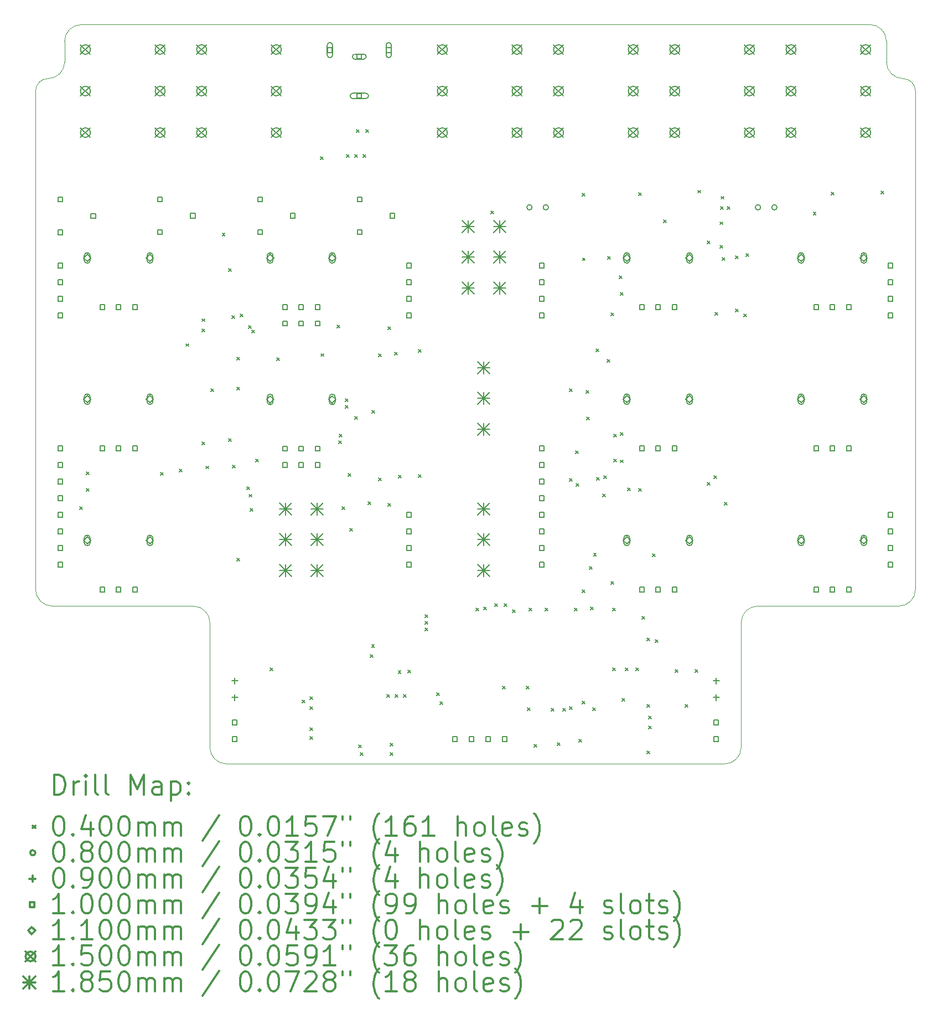
<source format=gbr>
%FSLAX45Y45*%
G04 Gerber Fmt 4.5, Leading zero omitted, Abs format (unit mm)*
G04 Created by KiCad (PCBNEW 5.1.10-88a1d61d58~90~ubuntu20.04.1) date 2021-08-08 15:21:25*
%MOMM*%
%LPD*%
G01*
G04 APERTURE LIST*
%TA.AperFunction,Profile*%
%ADD10C,0.050000*%
%TD*%
%ADD11C,0.200000*%
%ADD12C,0.300000*%
G04 APERTURE END LIST*
D10*
X762000Y-698500D02*
G75*
G02*
X508000Y-952500I-254000J0D01*
G01*
X317500Y-1143000D02*
G75*
G02*
X508000Y-952500I190500J0D01*
G01*
X762000Y-381000D02*
X762000Y-698500D01*
X13335000Y-698500D02*
X13335000Y-381000D01*
X13589000Y-952500D02*
G75*
G02*
X13335000Y-698500I0J254000D01*
G01*
X13589000Y-952500D02*
G75*
G02*
X13779500Y-1143000I0J-190500D01*
G01*
X2730500Y-9017000D02*
X571500Y-9017000D01*
X11366500Y-9017000D02*
X13525500Y-9017000D01*
X2730500Y-9017000D02*
G75*
G02*
X2984500Y-9271000I0J-254000D01*
G01*
X11112500Y-9271000D02*
G75*
G02*
X11366500Y-9017000I254000J0D01*
G01*
X11112500Y-11176000D02*
G75*
G02*
X10858500Y-11430000I-254000J0D01*
G01*
X3238500Y-11430000D02*
G75*
G02*
X2984500Y-11176000I0J254000D01*
G01*
X11112500Y-11176000D02*
X11112500Y-9271000D01*
X3238500Y-11430000D02*
X10858500Y-11430000D01*
X2984500Y-9271000D02*
X2984500Y-11176000D01*
X13779500Y-8763000D02*
G75*
G02*
X13525500Y-9017000I-254000J0D01*
G01*
X571500Y-9017000D02*
G75*
G02*
X317500Y-8763000I0J254000D01*
G01*
X762000Y-381000D02*
G75*
G02*
X1016000Y-127000I254000J0D01*
G01*
X13081000Y-127000D02*
G75*
G02*
X13335000Y-381000I0J-254000D01*
G01*
X317500Y-8763000D02*
X317500Y-1143000D01*
X13779500Y-1143000D02*
X13779500Y-8763000D01*
X1016000Y-127000D02*
X13081000Y-127000D01*
D11*
X996000Y-7498400D02*
X1036000Y-7538400D01*
X1036000Y-7498400D02*
X996000Y-7538400D01*
X1097600Y-6965000D02*
X1137600Y-7005000D01*
X1137600Y-6965000D02*
X1097600Y-7005000D01*
X1097600Y-7219000D02*
X1137600Y-7259000D01*
X1137600Y-7219000D02*
X1097600Y-7259000D01*
X2227900Y-6977700D02*
X2267900Y-7017700D01*
X2267900Y-6977700D02*
X2227900Y-7017700D01*
X2520000Y-6926900D02*
X2560000Y-6966900D01*
X2560000Y-6926900D02*
X2520000Y-6966900D01*
X2621600Y-5005399D02*
X2661600Y-5045399D01*
X2661600Y-5005399D02*
X2621600Y-5045399D01*
X2862899Y-4780600D02*
X2902899Y-4820600D01*
X2902899Y-4780600D02*
X2862899Y-4820600D01*
X2862900Y-4625998D02*
X2902900Y-4665998D01*
X2902900Y-4625998D02*
X2862900Y-4665998D01*
X2862900Y-6507800D02*
X2902900Y-6547800D01*
X2902900Y-6507800D02*
X2862900Y-6547800D01*
X2926658Y-6876711D02*
X2966658Y-6916711D01*
X2966658Y-6876711D02*
X2926658Y-6916711D01*
X3002600Y-5695000D02*
X3042600Y-5735000D01*
X3042600Y-5695000D02*
X3002600Y-5735000D01*
X3174050Y-3320100D02*
X3214050Y-3360100D01*
X3214050Y-3320100D02*
X3174050Y-3360100D01*
X3269300Y-3859850D02*
X3309300Y-3899850D01*
X3309300Y-3859850D02*
X3269300Y-3899850D01*
X3269300Y-6457000D02*
X3309300Y-6497000D01*
X3309300Y-6457000D02*
X3269300Y-6497000D01*
X3320100Y-4577400D02*
X3360100Y-4617400D01*
X3360100Y-4577400D02*
X3320100Y-4617400D01*
X3332800Y-6863400D02*
X3372800Y-6903400D01*
X3372800Y-6863400D02*
X3332800Y-6903400D01*
X3396300Y-5212400D02*
X3436300Y-5252400D01*
X3436300Y-5212400D02*
X3396300Y-5252400D01*
X3396300Y-5673401D02*
X3436300Y-5713401D01*
X3436300Y-5673401D02*
X3396300Y-5713401D01*
X3396300Y-8285800D02*
X3436300Y-8325800D01*
X3436300Y-8285800D02*
X3396300Y-8325800D01*
X3447100Y-4552000D02*
X3487100Y-4592000D01*
X3487100Y-4552000D02*
X3447100Y-4592000D01*
X3548700Y-7193600D02*
X3588700Y-7233600D01*
X3588700Y-7193600D02*
X3548700Y-7233600D01*
X3574100Y-4729800D02*
X3614100Y-4769800D01*
X3614100Y-4729800D02*
X3574100Y-4769800D01*
X3581932Y-7308399D02*
X3621932Y-7348399D01*
X3621932Y-7308399D02*
X3581932Y-7348399D01*
X3599500Y-7523799D02*
X3639500Y-7563799D01*
X3639500Y-7523799D02*
X3599500Y-7563799D01*
X3624900Y-4799899D02*
X3664900Y-4839899D01*
X3664900Y-4799899D02*
X3624900Y-4839899D01*
X3688400Y-6774500D02*
X3728400Y-6814500D01*
X3728400Y-6774500D02*
X3688400Y-6814500D01*
X3904300Y-9962200D02*
X3944300Y-10002200D01*
X3944300Y-9962200D02*
X3904300Y-10002200D01*
X4005900Y-5225100D02*
X4045900Y-5265100D01*
X4045900Y-5225100D02*
X4005900Y-5265100D01*
X4399600Y-10457500D02*
X4439600Y-10497500D01*
X4439600Y-10457500D02*
X4399600Y-10497500D01*
X4513900Y-10406700D02*
X4553900Y-10446700D01*
X4553900Y-10406700D02*
X4513900Y-10446700D01*
X4513900Y-10559100D02*
X4553900Y-10599100D01*
X4553900Y-10559100D02*
X4513900Y-10599100D01*
X4513900Y-10876600D02*
X4553900Y-10916600D01*
X4553900Y-10876600D02*
X4513900Y-10916600D01*
X4513900Y-11016300D02*
X4553900Y-11056300D01*
X4553900Y-11016300D02*
X4513900Y-11056300D01*
X4679000Y-2151700D02*
X4719000Y-2191700D01*
X4719000Y-2151700D02*
X4679000Y-2191700D01*
X4682422Y-5157799D02*
X4722422Y-5197799D01*
X4722422Y-5157799D02*
X4682422Y-5197799D01*
X4933000Y-4723450D02*
X4973000Y-4763450D01*
X4973000Y-4723450D02*
X4933000Y-4763450D01*
X4958400Y-6495100D02*
X4998400Y-6535100D01*
X4998400Y-6495100D02*
X4958400Y-6535100D01*
X4964750Y-6393500D02*
X5004750Y-6433500D01*
X5004750Y-6393500D02*
X4964750Y-6433500D01*
X5009200Y-7498400D02*
X5049200Y-7538400D01*
X5049200Y-7498400D02*
X5009200Y-7538400D01*
X5060000Y-5847400D02*
X5100000Y-5887400D01*
X5100000Y-5847400D02*
X5060000Y-5887400D01*
X5060000Y-5949000D02*
X5100000Y-5989000D01*
X5100000Y-5949000D02*
X5060000Y-5989000D01*
X5072700Y-2113600D02*
X5112700Y-2153600D01*
X5112700Y-2113600D02*
X5072700Y-2153600D01*
X5098100Y-6990400D02*
X5138100Y-7030400D01*
X5138100Y-6990400D02*
X5098100Y-7030400D01*
X5123500Y-7828600D02*
X5163500Y-7868600D01*
X5163500Y-7828600D02*
X5123500Y-7868600D01*
X5199700Y-2113600D02*
X5239700Y-2153600D01*
X5239700Y-2113600D02*
X5199700Y-2153600D01*
X5199700Y-6121196D02*
X5239700Y-6161196D01*
X5239700Y-6121196D02*
X5199700Y-6161196D01*
X5225100Y-1732600D02*
X5265100Y-1772600D01*
X5265100Y-1732600D02*
X5225100Y-1772600D01*
X5263200Y-11143300D02*
X5303200Y-11183300D01*
X5303200Y-11143300D02*
X5263200Y-11183300D01*
X5288601Y-11257600D02*
X5328601Y-11297600D01*
X5328601Y-11257600D02*
X5288601Y-11297600D01*
X5326700Y-2113600D02*
X5366700Y-2153600D01*
X5366700Y-2113600D02*
X5326700Y-2153600D01*
X5371150Y-1732600D02*
X5411150Y-1772600D01*
X5411150Y-1732600D02*
X5371150Y-1772600D01*
X5402900Y-7422200D02*
X5442900Y-7462200D01*
X5442900Y-7422200D02*
X5402900Y-7462200D01*
X5441000Y-9759000D02*
X5481000Y-9799000D01*
X5481000Y-9759000D02*
X5441000Y-9799000D01*
X5460050Y-9606600D02*
X5500050Y-9646600D01*
X5500050Y-9606600D02*
X5460050Y-9646600D01*
X5466400Y-6025200D02*
X5506400Y-6065200D01*
X5506400Y-6025200D02*
X5466400Y-6065200D01*
X5568000Y-5161600D02*
X5608000Y-5201600D01*
X5608000Y-5161600D02*
X5568000Y-5201600D01*
X5568000Y-5161600D02*
X5608000Y-5201600D01*
X5608000Y-5161600D02*
X5568000Y-5201600D01*
X5568000Y-7057701D02*
X5608000Y-7097701D01*
X5608000Y-7057701D02*
X5568000Y-7097701D01*
X5695000Y-10368600D02*
X5735000Y-10408600D01*
X5735000Y-10368600D02*
X5695000Y-10408600D01*
X5707700Y-4748600D02*
X5747700Y-4788600D01*
X5747700Y-4748600D02*
X5707700Y-4788600D01*
X5707700Y-7447600D02*
X5747700Y-7487600D01*
X5747700Y-7447600D02*
X5707700Y-7487600D01*
X5745800Y-11117900D02*
X5785800Y-11157900D01*
X5785800Y-11117900D02*
X5745800Y-11157900D01*
X5745801Y-11257599D02*
X5785801Y-11297599D01*
X5785801Y-11257599D02*
X5745801Y-11297599D01*
X5809300Y-5140249D02*
X5849300Y-5180249D01*
X5849300Y-5140249D02*
X5809300Y-5180249D01*
X5822000Y-10368600D02*
X5862000Y-10408600D01*
X5862000Y-10368600D02*
X5822000Y-10408600D01*
X5866450Y-10006650D02*
X5906450Y-10046650D01*
X5906450Y-10006650D02*
X5866450Y-10046650D01*
X5872800Y-7015800D02*
X5912800Y-7055800D01*
X5912800Y-7015800D02*
X5872800Y-7055800D01*
X5949000Y-10368600D02*
X5989000Y-10408600D01*
X5989000Y-10368600D02*
X5949000Y-10408600D01*
X6012500Y-10000300D02*
X6052500Y-10040300D01*
X6052500Y-10000300D02*
X6012500Y-10040300D01*
X6177600Y-5098100D02*
X6217600Y-5138100D01*
X6217600Y-5098100D02*
X6177600Y-5138100D01*
X6177600Y-7009450D02*
X6217600Y-7049450D01*
X6217600Y-7009450D02*
X6177600Y-7049450D01*
X6279200Y-9149400D02*
X6319200Y-9189400D01*
X6319200Y-9149400D02*
X6279200Y-9189400D01*
X6279200Y-9251000D02*
X6319200Y-9291000D01*
X6319200Y-9251000D02*
X6279200Y-9291000D01*
X6279200Y-9352600D02*
X6319200Y-9392600D01*
X6319200Y-9352600D02*
X6279200Y-9392600D01*
X6457000Y-10343200D02*
X6497000Y-10383200D01*
X6497000Y-10343200D02*
X6457000Y-10383200D01*
X6507800Y-10482900D02*
X6547800Y-10522900D01*
X6547800Y-10482900D02*
X6507800Y-10522900D01*
X7053900Y-9047800D02*
X7093900Y-9087800D01*
X7093900Y-9047800D02*
X7053900Y-9087800D01*
X7174550Y-9035100D02*
X7214550Y-9075100D01*
X7214550Y-9035100D02*
X7174550Y-9075100D01*
X7282500Y-2977200D02*
X7322500Y-3017200D01*
X7322500Y-2977200D02*
X7282500Y-3017200D01*
X7346000Y-8984300D02*
X7386000Y-9024300D01*
X7386000Y-8984300D02*
X7346000Y-9024300D01*
X7460300Y-10241600D02*
X7500300Y-10281600D01*
X7500300Y-10241600D02*
X7460300Y-10281600D01*
X7485700Y-8984300D02*
X7525700Y-9024300D01*
X7525700Y-8984300D02*
X7485700Y-9024300D01*
X7612700Y-9073200D02*
X7652700Y-9113200D01*
X7652700Y-9073200D02*
X7612700Y-9113200D01*
X7828600Y-10241600D02*
X7868600Y-10281600D01*
X7868600Y-10241600D02*
X7828600Y-10281600D01*
X7841300Y-10571800D02*
X7881300Y-10611800D01*
X7881300Y-10571800D02*
X7841300Y-10611800D01*
X7866700Y-9047800D02*
X7906700Y-9087800D01*
X7906700Y-9047800D02*
X7866700Y-9087800D01*
X7942900Y-11130600D02*
X7982900Y-11170600D01*
X7982900Y-11130600D02*
X7942900Y-11170600D01*
X8113498Y-9047800D02*
X8153498Y-9087800D01*
X8153498Y-9047800D02*
X8113498Y-9087800D01*
X8209538Y-10581150D02*
X8249538Y-10621150D01*
X8249538Y-10581150D02*
X8209538Y-10621150D01*
X8298500Y-11105200D02*
X8338500Y-11145200D01*
X8338500Y-11105200D02*
X8298500Y-11145200D01*
X8387400Y-10584500D02*
X8427400Y-10624500D01*
X8427400Y-10584500D02*
X8387400Y-10624500D01*
X8489000Y-5695000D02*
X8529000Y-5735000D01*
X8529000Y-5695000D02*
X8489000Y-5735000D01*
X8489000Y-7066600D02*
X8529000Y-7106600D01*
X8529000Y-7066600D02*
X8489000Y-7106600D01*
X8489000Y-10559100D02*
X8529000Y-10599100D01*
X8529000Y-10559100D02*
X8489000Y-10599100D01*
X8561399Y-9047800D02*
X8601399Y-9087800D01*
X8601399Y-9047800D02*
X8561399Y-9087800D01*
X8577900Y-6647500D02*
X8617900Y-6687500D01*
X8617900Y-6647500D02*
X8577900Y-6687500D01*
X8590600Y-7142800D02*
X8630600Y-7182800D01*
X8630600Y-7142800D02*
X8590600Y-7182800D01*
X8628700Y-11054400D02*
X8668700Y-11094400D01*
X8668700Y-11054400D02*
X8628700Y-11094400D01*
X8679500Y-2710500D02*
X8719500Y-2750500D01*
X8719500Y-2710500D02*
X8679500Y-2750500D01*
X8679500Y-8768400D02*
X8719500Y-8808400D01*
X8719500Y-8768400D02*
X8679500Y-8808400D01*
X8679500Y-10470200D02*
X8719500Y-10510200D01*
X8719500Y-10470200D02*
X8679500Y-10510200D01*
X8686600Y-3694000D02*
X8726600Y-3734000D01*
X8726600Y-3694000D02*
X8686600Y-3734000D01*
X8743000Y-5720400D02*
X8783000Y-5760400D01*
X8783000Y-5720400D02*
X8743000Y-5760400D01*
X8749350Y-6126800D02*
X8789350Y-6166800D01*
X8789350Y-6126800D02*
X8749350Y-6166800D01*
X8793800Y-8412800D02*
X8833800Y-8452800D01*
X8833800Y-8412800D02*
X8793800Y-8452800D01*
X8806500Y-9030801D02*
X8846500Y-9070801D01*
X8846500Y-9030801D02*
X8806500Y-9070801D01*
X8844600Y-10571800D02*
X8884600Y-10611800D01*
X8884600Y-10571800D02*
X8844600Y-10611800D01*
X8854502Y-8209600D02*
X8894502Y-8249600D01*
X8894502Y-8209600D02*
X8854502Y-8249600D01*
X8895400Y-5085400D02*
X8935400Y-5125400D01*
X8935400Y-5085400D02*
X8895400Y-5125400D01*
X8901169Y-7048131D02*
X8941169Y-7088131D01*
X8941169Y-7048131D02*
X8901169Y-7088131D01*
X8997000Y-7307900D02*
X9037000Y-7347900D01*
X9037000Y-7307900D02*
X8997000Y-7347900D01*
X9009700Y-7028500D02*
X9049700Y-7068500D01*
X9049700Y-7028500D02*
X9009700Y-7068500D01*
X9060500Y-5250500D02*
X9100500Y-5290500D01*
X9100500Y-5250500D02*
X9060500Y-5290500D01*
X9073200Y-3675700D02*
X9113200Y-3715700D01*
X9113200Y-3675700D02*
X9073200Y-3715700D01*
X9124000Y-4539300D02*
X9164000Y-4579300D01*
X9164000Y-4539300D02*
X9124000Y-4579300D01*
X9124000Y-8641400D02*
X9164000Y-8681400D01*
X9164000Y-8641400D02*
X9124000Y-8681400D01*
X9149400Y-9047800D02*
X9189400Y-9087800D01*
X9189400Y-9047800D02*
X9149400Y-9087800D01*
X9149400Y-9962200D02*
X9189400Y-10002200D01*
X9189400Y-9962200D02*
X9149400Y-10002200D01*
X9162100Y-6774500D02*
X9202100Y-6814500D01*
X9202100Y-6774500D02*
X9162100Y-6814500D01*
X9162101Y-6393500D02*
X9202101Y-6433500D01*
X9202101Y-6393500D02*
X9162101Y-6433500D01*
X9251000Y-3967800D02*
X9291000Y-4007800D01*
X9291000Y-3967800D02*
X9251000Y-4007800D01*
X9263700Y-4221800D02*
X9303700Y-4261800D01*
X9303700Y-4221800D02*
X9263700Y-4261800D01*
X9263700Y-6368100D02*
X9303700Y-6408100D01*
X9303700Y-6368100D02*
X9263700Y-6408100D01*
X9263700Y-6784598D02*
X9303700Y-6824598D01*
X9303700Y-6784598D02*
X9263700Y-6824598D01*
X9289100Y-10432100D02*
X9329100Y-10472100D01*
X9329100Y-10432100D02*
X9289100Y-10472100D01*
X9339900Y-9962200D02*
X9379900Y-10002200D01*
X9379900Y-9962200D02*
X9339900Y-10002200D01*
X9373700Y-7210600D02*
X9413700Y-7250600D01*
X9413700Y-7210600D02*
X9373700Y-7250600D01*
X9505000Y-9962200D02*
X9545000Y-10002200D01*
X9545000Y-9962200D02*
X9505000Y-10002200D01*
X9543100Y-2697800D02*
X9583100Y-2737800D01*
X9583100Y-2697800D02*
X9543100Y-2737800D01*
X9543100Y-7219000D02*
X9583100Y-7259000D01*
X9583100Y-7219000D02*
X9543100Y-7259000D01*
X9593900Y-9174800D02*
X9633900Y-9214800D01*
X9633900Y-9174800D02*
X9593900Y-9214800D01*
X9670100Y-9505000D02*
X9710100Y-9545000D01*
X9710100Y-9505000D02*
X9670100Y-9545000D01*
X9670100Y-10521000D02*
X9710100Y-10561000D01*
X9710100Y-10521000D02*
X9670100Y-10561000D01*
X9670100Y-11232200D02*
X9710100Y-11272200D01*
X9710100Y-11232200D02*
X9670100Y-11272200D01*
X9695500Y-10698800D02*
X9735500Y-10738800D01*
X9735500Y-10698800D02*
X9695500Y-10738800D01*
X9695500Y-10851200D02*
X9735500Y-10891200D01*
X9735500Y-10851200D02*
X9695500Y-10891200D01*
X9759000Y-8222300D02*
X9799000Y-8262300D01*
X9799000Y-8222300D02*
X9759000Y-8262300D01*
X9797100Y-9530400D02*
X9837100Y-9570400D01*
X9837100Y-9530400D02*
X9797100Y-9570400D01*
X9924100Y-3116900D02*
X9964100Y-3156900D01*
X9964100Y-3116900D02*
X9924100Y-3156900D01*
X10101900Y-9987600D02*
X10141900Y-10027600D01*
X10141900Y-9987600D02*
X10101900Y-10027600D01*
X10254300Y-10521000D02*
X10294300Y-10561000D01*
X10294300Y-10521000D02*
X10254300Y-10561000D01*
X10406700Y-9987600D02*
X10446700Y-10027600D01*
X10446700Y-9987600D02*
X10406700Y-10027600D01*
X10452449Y-2660999D02*
X10492449Y-2700999D01*
X10492449Y-2660999D02*
X10452449Y-2700999D01*
X10597200Y-3434400D02*
X10637200Y-3474400D01*
X10637200Y-3434400D02*
X10597200Y-3474400D01*
X10597200Y-7130100D02*
X10637200Y-7170100D01*
X10637200Y-7130100D02*
X10597200Y-7170100D01*
X10698800Y-7028500D02*
X10738800Y-7068500D01*
X10738800Y-7028500D02*
X10698800Y-7068500D01*
X10711500Y-4526600D02*
X10751500Y-4566600D01*
X10751500Y-4526600D02*
X10711500Y-4566600D01*
X10790000Y-3144600D02*
X10830000Y-3184600D01*
X10830000Y-3144600D02*
X10790000Y-3184600D01*
X10790000Y-3504830D02*
X10830000Y-3544830D01*
X10830000Y-3504830D02*
X10790000Y-3544830D01*
X10800400Y-2913700D02*
X10840400Y-2953700D01*
X10840400Y-2913700D02*
X10800400Y-2953700D01*
X10806750Y-2754701D02*
X10846750Y-2794701D01*
X10846750Y-2754701D02*
X10806750Y-2794701D01*
X10825800Y-3688400D02*
X10865800Y-3728400D01*
X10865800Y-3688400D02*
X10825800Y-3728400D01*
X10856500Y-7429600D02*
X10896500Y-7469600D01*
X10896500Y-7429600D02*
X10856500Y-7469600D01*
X10902000Y-2913700D02*
X10942000Y-2953700D01*
X10942000Y-2913700D02*
X10902000Y-2953700D01*
X11029000Y-3663000D02*
X11069000Y-3703000D01*
X11069000Y-3663000D02*
X11029000Y-3703000D01*
X11029000Y-4475800D02*
X11069000Y-4515800D01*
X11069000Y-4475800D02*
X11029000Y-4515800D01*
X11156000Y-4552000D02*
X11196000Y-4592000D01*
X11196000Y-4552000D02*
X11156000Y-4592000D01*
X11189509Y-3628227D02*
X11229509Y-3668227D01*
X11229509Y-3628227D02*
X11189509Y-3668227D01*
X12216450Y-2996250D02*
X12256450Y-3036250D01*
X12256450Y-2996250D02*
X12216450Y-3036250D01*
X12489500Y-2691450D02*
X12529500Y-2731450D01*
X12529500Y-2691450D02*
X12489500Y-2731450D01*
X13251500Y-2672400D02*
X13291500Y-2712400D01*
X13291500Y-2672400D02*
X13251500Y-2712400D01*
X7914000Y-2921000D02*
G75*
G03*
X7914000Y-2921000I-40000J0D01*
G01*
X8164000Y-2921000D02*
G75*
G03*
X8164000Y-2921000I-40000J0D01*
G01*
X11410500Y-2921000D02*
G75*
G03*
X11410500Y-2921000I-40000J0D01*
G01*
X11660500Y-2921000D02*
G75*
G03*
X11660500Y-2921000I-40000J0D01*
G01*
X3365500Y-10115000D02*
X3365500Y-10205000D01*
X3320500Y-10160000D02*
X3410500Y-10160000D01*
X3365500Y-10369000D02*
X3365500Y-10459000D01*
X3320500Y-10414000D02*
X3410500Y-10414000D01*
X10731500Y-10115000D02*
X10731500Y-10205000D01*
X10686500Y-10160000D02*
X10776500Y-10160000D01*
X10731500Y-10369000D02*
X10731500Y-10459000D01*
X10686500Y-10414000D02*
X10776500Y-10414000D01*
X733856Y-2837356D02*
X733856Y-2766644D01*
X663144Y-2766644D01*
X663144Y-2837356D01*
X733856Y-2837356D01*
X733856Y-3337356D02*
X733856Y-3266644D01*
X663144Y-3266644D01*
X663144Y-3337356D01*
X733856Y-3337356D01*
X733856Y-3845356D02*
X733856Y-3774644D01*
X663144Y-3774644D01*
X663144Y-3845356D01*
X733856Y-3845356D01*
X733856Y-4099356D02*
X733856Y-4028644D01*
X663144Y-4028644D01*
X663144Y-4099356D01*
X733856Y-4099356D01*
X733856Y-4353356D02*
X733856Y-4282644D01*
X663144Y-4282644D01*
X663144Y-4353356D01*
X733856Y-4353356D01*
X733856Y-4607356D02*
X733856Y-4536644D01*
X663144Y-4536644D01*
X663144Y-4607356D01*
X733856Y-4607356D01*
X733856Y-6639356D02*
X733856Y-6568644D01*
X663144Y-6568644D01*
X663144Y-6639356D01*
X733856Y-6639356D01*
X733856Y-6893356D02*
X733856Y-6822644D01*
X663144Y-6822644D01*
X663144Y-6893356D01*
X733856Y-6893356D01*
X733856Y-7147356D02*
X733856Y-7076644D01*
X663144Y-7076644D01*
X663144Y-7147356D01*
X733856Y-7147356D01*
X733856Y-7401356D02*
X733856Y-7330644D01*
X663144Y-7330644D01*
X663144Y-7401356D01*
X733856Y-7401356D01*
X733856Y-7655356D02*
X733856Y-7584644D01*
X663144Y-7584644D01*
X663144Y-7655356D01*
X733856Y-7655356D01*
X733856Y-7909356D02*
X733856Y-7838644D01*
X663144Y-7838644D01*
X663144Y-7909356D01*
X733856Y-7909356D01*
X733856Y-8163356D02*
X733856Y-8092644D01*
X663144Y-8092644D01*
X663144Y-8163356D01*
X733856Y-8163356D01*
X733856Y-8417356D02*
X733856Y-8346644D01*
X663144Y-8346644D01*
X663144Y-8417356D01*
X733856Y-8417356D01*
X1233856Y-3087356D02*
X1233856Y-3016644D01*
X1163144Y-3016644D01*
X1163144Y-3087356D01*
X1233856Y-3087356D01*
X1372856Y-4480356D02*
X1372856Y-4409644D01*
X1302144Y-4409644D01*
X1302144Y-4480356D01*
X1372856Y-4480356D01*
X1372856Y-6639356D02*
X1372856Y-6568644D01*
X1302144Y-6568644D01*
X1302144Y-6639356D01*
X1372856Y-6639356D01*
X1372856Y-8798356D02*
X1372856Y-8727644D01*
X1302144Y-8727644D01*
X1302144Y-8798356D01*
X1372856Y-8798356D01*
X1622856Y-4480356D02*
X1622856Y-4409644D01*
X1552144Y-4409644D01*
X1552144Y-4480356D01*
X1622856Y-4480356D01*
X1622856Y-6639356D02*
X1622856Y-6568644D01*
X1552144Y-6568644D01*
X1552144Y-6639356D01*
X1622856Y-6639356D01*
X1622856Y-8798356D02*
X1622856Y-8727644D01*
X1552144Y-8727644D01*
X1552144Y-8798356D01*
X1622856Y-8798356D01*
X1872856Y-4480356D02*
X1872856Y-4409644D01*
X1802144Y-4409644D01*
X1802144Y-4480356D01*
X1872856Y-4480356D01*
X1872856Y-6639356D02*
X1872856Y-6568644D01*
X1802144Y-6568644D01*
X1802144Y-6639356D01*
X1872856Y-6639356D01*
X1872856Y-8798356D02*
X1872856Y-8727644D01*
X1802144Y-8727644D01*
X1802144Y-8798356D01*
X1872856Y-8798356D01*
X2257856Y-2833356D02*
X2257856Y-2762644D01*
X2187144Y-2762644D01*
X2187144Y-2833356D01*
X2257856Y-2833356D01*
X2257856Y-3333356D02*
X2257856Y-3262644D01*
X2187144Y-3262644D01*
X2187144Y-3333356D01*
X2257856Y-3333356D01*
X2757856Y-3083356D02*
X2757856Y-3012644D01*
X2687144Y-3012644D01*
X2687144Y-3083356D01*
X2757856Y-3083356D01*
X3400856Y-10830356D02*
X3400856Y-10759644D01*
X3330144Y-10759644D01*
X3330144Y-10830356D01*
X3400856Y-10830356D01*
X3400856Y-11084356D02*
X3400856Y-11013644D01*
X3330144Y-11013644D01*
X3330144Y-11084356D01*
X3400856Y-11084356D01*
X3789856Y-2833356D02*
X3789856Y-2762644D01*
X3719144Y-2762644D01*
X3719144Y-2833356D01*
X3789856Y-2833356D01*
X3789856Y-3333356D02*
X3789856Y-3262644D01*
X3719144Y-3262644D01*
X3719144Y-3333356D01*
X3789856Y-3333356D01*
X4166856Y-4480356D02*
X4166856Y-4409644D01*
X4096144Y-4409644D01*
X4096144Y-4480356D01*
X4166856Y-4480356D01*
X4166856Y-4730356D02*
X4166856Y-4659644D01*
X4096144Y-4659644D01*
X4096144Y-4730356D01*
X4166856Y-4730356D01*
X4166856Y-6643356D02*
X4166856Y-6572644D01*
X4096144Y-6572644D01*
X4096144Y-6643356D01*
X4166856Y-6643356D01*
X4166856Y-6893356D02*
X4166856Y-6822644D01*
X4096144Y-6822644D01*
X4096144Y-6893356D01*
X4166856Y-6893356D01*
X4289856Y-3083356D02*
X4289856Y-3012644D01*
X4219144Y-3012644D01*
X4219144Y-3083356D01*
X4289856Y-3083356D01*
X4416856Y-4480356D02*
X4416856Y-4409644D01*
X4346144Y-4409644D01*
X4346144Y-4480356D01*
X4416856Y-4480356D01*
X4416856Y-4730356D02*
X4416856Y-4659644D01*
X4346144Y-4659644D01*
X4346144Y-4730356D01*
X4416856Y-4730356D01*
X4416856Y-6643356D02*
X4416856Y-6572644D01*
X4346144Y-6572644D01*
X4346144Y-6643356D01*
X4416856Y-6643356D01*
X4416856Y-6893356D02*
X4416856Y-6822644D01*
X4346144Y-6822644D01*
X4346144Y-6893356D01*
X4416856Y-6893356D01*
X4666856Y-4480356D02*
X4666856Y-4409644D01*
X4596144Y-4409644D01*
X4596144Y-4480356D01*
X4666856Y-4480356D01*
X4666856Y-4730356D02*
X4666856Y-4659644D01*
X4596144Y-4659644D01*
X4596144Y-4730356D01*
X4666856Y-4730356D01*
X4666856Y-6643356D02*
X4666856Y-6572644D01*
X4596144Y-6572644D01*
X4596144Y-6643356D01*
X4666856Y-6643356D01*
X4666856Y-6893356D02*
X4666856Y-6822644D01*
X4596144Y-6822644D01*
X4596144Y-6893356D01*
X4666856Y-6893356D01*
X4855856Y-552856D02*
X4855856Y-482144D01*
X4785144Y-482144D01*
X4785144Y-552856D01*
X4855856Y-552856D01*
X4780500Y-442500D02*
X4780500Y-592500D01*
X4860500Y-442500D02*
X4860500Y-592500D01*
X4780500Y-592500D02*
G75*
G03*
X4860500Y-592500I40000J0D01*
G01*
X4860500Y-442500D02*
G75*
G03*
X4780500Y-442500I-40000J0D01*
G01*
X5305856Y-652856D02*
X5305856Y-582144D01*
X5235144Y-582144D01*
X5235144Y-652856D01*
X5305856Y-652856D01*
X5205500Y-657500D02*
X5335500Y-657500D01*
X5205500Y-577500D02*
X5335500Y-577500D01*
X5335500Y-657500D02*
G75*
G03*
X5335500Y-577500I0J40000D01*
G01*
X5205500Y-577500D02*
G75*
G03*
X5205500Y-657500I0J-40000D01*
G01*
X5305856Y-1252856D02*
X5305856Y-1182144D01*
X5235144Y-1182144D01*
X5235144Y-1252856D01*
X5305856Y-1252856D01*
X5170500Y-1257500D02*
X5370500Y-1257500D01*
X5170500Y-1177500D02*
X5370500Y-1177500D01*
X5370500Y-1257500D02*
G75*
G03*
X5370500Y-1177500I0J40000D01*
G01*
X5170500Y-1177500D02*
G75*
G03*
X5170500Y-1257500I0J-40000D01*
G01*
X5313856Y-2833356D02*
X5313856Y-2762644D01*
X5243144Y-2762644D01*
X5243144Y-2833356D01*
X5313856Y-2833356D01*
X5313856Y-3333356D02*
X5313856Y-3262644D01*
X5243144Y-3262644D01*
X5243144Y-3333356D01*
X5313856Y-3333356D01*
X5755856Y-552856D02*
X5755856Y-482144D01*
X5685144Y-482144D01*
X5685144Y-552856D01*
X5755856Y-552856D01*
X5680500Y-442500D02*
X5680500Y-592500D01*
X5760500Y-442500D02*
X5760500Y-592500D01*
X5680500Y-592500D02*
G75*
G03*
X5760500Y-592500I40000J0D01*
G01*
X5760500Y-442500D02*
G75*
G03*
X5680500Y-442500I-40000J0D01*
G01*
X5813856Y-3083356D02*
X5813856Y-3012644D01*
X5743144Y-3012644D01*
X5743144Y-3083356D01*
X5813856Y-3083356D01*
X6067856Y-3845356D02*
X6067856Y-3774644D01*
X5997144Y-3774644D01*
X5997144Y-3845356D01*
X6067856Y-3845356D01*
X6067856Y-4099356D02*
X6067856Y-4028644D01*
X5997144Y-4028644D01*
X5997144Y-4099356D01*
X6067856Y-4099356D01*
X6067856Y-4353356D02*
X6067856Y-4282644D01*
X5997144Y-4282644D01*
X5997144Y-4353356D01*
X6067856Y-4353356D01*
X6067856Y-4607356D02*
X6067856Y-4536644D01*
X5997144Y-4536644D01*
X5997144Y-4607356D01*
X6067856Y-4607356D01*
X6067856Y-7655356D02*
X6067856Y-7584644D01*
X5997144Y-7584644D01*
X5997144Y-7655356D01*
X6067856Y-7655356D01*
X6067856Y-7909356D02*
X6067856Y-7838644D01*
X5997144Y-7838644D01*
X5997144Y-7909356D01*
X6067856Y-7909356D01*
X6067856Y-8163356D02*
X6067856Y-8092644D01*
X5997144Y-8092644D01*
X5997144Y-8163356D01*
X6067856Y-8163356D01*
X6067856Y-8417356D02*
X6067856Y-8346644D01*
X5997144Y-8346644D01*
X5997144Y-8417356D01*
X6067856Y-8417356D01*
X6766356Y-11084356D02*
X6766356Y-11013644D01*
X6695644Y-11013644D01*
X6695644Y-11084356D01*
X6766356Y-11084356D01*
X7020356Y-11084356D02*
X7020356Y-11013644D01*
X6949644Y-11013644D01*
X6949644Y-11084356D01*
X7020356Y-11084356D01*
X7274356Y-11084356D02*
X7274356Y-11013644D01*
X7203644Y-11013644D01*
X7203644Y-11084356D01*
X7274356Y-11084356D01*
X7528356Y-11084356D02*
X7528356Y-11013644D01*
X7457644Y-11013644D01*
X7457644Y-11084356D01*
X7528356Y-11084356D01*
X8099856Y-3845356D02*
X8099856Y-3774644D01*
X8029144Y-3774644D01*
X8029144Y-3845356D01*
X8099856Y-3845356D01*
X8099856Y-4099356D02*
X8099856Y-4028644D01*
X8029144Y-4028644D01*
X8029144Y-4099356D01*
X8099856Y-4099356D01*
X8099856Y-4353356D02*
X8099856Y-4282644D01*
X8029144Y-4282644D01*
X8029144Y-4353356D01*
X8099856Y-4353356D01*
X8099856Y-4607356D02*
X8099856Y-4536644D01*
X8029144Y-4536644D01*
X8029144Y-4607356D01*
X8099856Y-4607356D01*
X8099856Y-6639356D02*
X8099856Y-6568644D01*
X8029144Y-6568644D01*
X8029144Y-6639356D01*
X8099856Y-6639356D01*
X8099856Y-6893356D02*
X8099856Y-6822644D01*
X8029144Y-6822644D01*
X8029144Y-6893356D01*
X8099856Y-6893356D01*
X8099856Y-7147356D02*
X8099856Y-7076644D01*
X8029144Y-7076644D01*
X8029144Y-7147356D01*
X8099856Y-7147356D01*
X8099856Y-7401356D02*
X8099856Y-7330644D01*
X8029144Y-7330644D01*
X8029144Y-7401356D01*
X8099856Y-7401356D01*
X8099856Y-7655356D02*
X8099856Y-7584644D01*
X8029144Y-7584644D01*
X8029144Y-7655356D01*
X8099856Y-7655356D01*
X8099856Y-7909356D02*
X8099856Y-7838644D01*
X8029144Y-7838644D01*
X8029144Y-7909356D01*
X8099856Y-7909356D01*
X8099856Y-8163356D02*
X8099856Y-8092644D01*
X8029144Y-8092644D01*
X8029144Y-8163356D01*
X8099856Y-8163356D01*
X8099856Y-8417356D02*
X8099856Y-8346644D01*
X8029144Y-8346644D01*
X8029144Y-8417356D01*
X8099856Y-8417356D01*
X9627856Y-4480356D02*
X9627856Y-4409644D01*
X9557144Y-4409644D01*
X9557144Y-4480356D01*
X9627856Y-4480356D01*
X9627856Y-6639356D02*
X9627856Y-6568644D01*
X9557144Y-6568644D01*
X9557144Y-6639356D01*
X9627856Y-6639356D01*
X9627856Y-8798356D02*
X9627856Y-8727644D01*
X9557144Y-8727644D01*
X9557144Y-8798356D01*
X9627856Y-8798356D01*
X9877856Y-4480356D02*
X9877856Y-4409644D01*
X9807144Y-4409644D01*
X9807144Y-4480356D01*
X9877856Y-4480356D01*
X9877856Y-6639356D02*
X9877856Y-6568644D01*
X9807144Y-6568644D01*
X9807144Y-6639356D01*
X9877856Y-6639356D01*
X9877856Y-8798356D02*
X9877856Y-8727644D01*
X9807144Y-8727644D01*
X9807144Y-8798356D01*
X9877856Y-8798356D01*
X10127856Y-4480356D02*
X10127856Y-4409644D01*
X10057144Y-4409644D01*
X10057144Y-4480356D01*
X10127856Y-4480356D01*
X10127856Y-6639356D02*
X10127856Y-6568644D01*
X10057144Y-6568644D01*
X10057144Y-6639356D01*
X10127856Y-6639356D01*
X10127856Y-8798356D02*
X10127856Y-8727644D01*
X10057144Y-8727644D01*
X10057144Y-8798356D01*
X10127856Y-8798356D01*
X10766856Y-10830356D02*
X10766856Y-10759644D01*
X10696144Y-10759644D01*
X10696144Y-10830356D01*
X10766856Y-10830356D01*
X10766856Y-11084356D02*
X10766856Y-11013644D01*
X10696144Y-11013644D01*
X10696144Y-11084356D01*
X10766856Y-11084356D01*
X12294856Y-4480356D02*
X12294856Y-4409644D01*
X12224144Y-4409644D01*
X12224144Y-4480356D01*
X12294856Y-4480356D01*
X12294856Y-6639356D02*
X12294856Y-6568644D01*
X12224144Y-6568644D01*
X12224144Y-6639356D01*
X12294856Y-6639356D01*
X12294856Y-8798356D02*
X12294856Y-8727644D01*
X12224144Y-8727644D01*
X12224144Y-8798356D01*
X12294856Y-8798356D01*
X12544856Y-4480356D02*
X12544856Y-4409644D01*
X12474144Y-4409644D01*
X12474144Y-4480356D01*
X12544856Y-4480356D01*
X12544856Y-6639356D02*
X12544856Y-6568644D01*
X12474144Y-6568644D01*
X12474144Y-6639356D01*
X12544856Y-6639356D01*
X12544856Y-8798356D02*
X12544856Y-8727644D01*
X12474144Y-8727644D01*
X12474144Y-8798356D01*
X12544856Y-8798356D01*
X12794856Y-4480356D02*
X12794856Y-4409644D01*
X12724144Y-4409644D01*
X12724144Y-4480356D01*
X12794856Y-4480356D01*
X12794856Y-6639356D02*
X12794856Y-6568644D01*
X12724144Y-6568644D01*
X12724144Y-6639356D01*
X12794856Y-6639356D01*
X12794856Y-8798356D02*
X12794856Y-8727644D01*
X12724144Y-8727644D01*
X12724144Y-8798356D01*
X12794856Y-8798356D01*
X13433856Y-3845356D02*
X13433856Y-3774644D01*
X13363144Y-3774644D01*
X13363144Y-3845356D01*
X13433856Y-3845356D01*
X13433856Y-4099356D02*
X13433856Y-4028644D01*
X13363144Y-4028644D01*
X13363144Y-4099356D01*
X13433856Y-4099356D01*
X13433856Y-4353356D02*
X13433856Y-4282644D01*
X13363144Y-4282644D01*
X13363144Y-4353356D01*
X13433856Y-4353356D01*
X13433856Y-4607356D02*
X13433856Y-4536644D01*
X13363144Y-4536644D01*
X13363144Y-4607356D01*
X13433856Y-4607356D01*
X13433856Y-7655356D02*
X13433856Y-7584644D01*
X13363144Y-7584644D01*
X13363144Y-7655356D01*
X13433856Y-7655356D01*
X13433856Y-7909356D02*
X13433856Y-7838644D01*
X13363144Y-7838644D01*
X13363144Y-7909356D01*
X13433856Y-7909356D01*
X13433856Y-8163356D02*
X13433856Y-8092644D01*
X13363144Y-8092644D01*
X13363144Y-8163356D01*
X13433856Y-8163356D01*
X13433856Y-8417356D02*
X13433856Y-8346644D01*
X13363144Y-8346644D01*
X13363144Y-8417356D01*
X13433856Y-8417356D01*
X1107500Y-3750000D02*
X1162500Y-3695000D01*
X1107500Y-3640000D01*
X1052500Y-3695000D01*
X1107500Y-3750000D01*
X1152500Y-3730000D02*
X1152500Y-3660000D01*
X1062500Y-3730000D02*
X1062500Y-3660000D01*
X1152500Y-3660000D02*
G75*
G03*
X1062500Y-3660000I-45000J0D01*
G01*
X1062500Y-3730000D02*
G75*
G03*
X1152500Y-3730000I45000J0D01*
G01*
X1107500Y-5909000D02*
X1162500Y-5854000D01*
X1107500Y-5799000D01*
X1052500Y-5854000D01*
X1107500Y-5909000D01*
X1152500Y-5889000D02*
X1152500Y-5819000D01*
X1062500Y-5889000D02*
X1062500Y-5819000D01*
X1152500Y-5819000D02*
G75*
G03*
X1062500Y-5819000I-45000J0D01*
G01*
X1062500Y-5889000D02*
G75*
G03*
X1152500Y-5889000I45000J0D01*
G01*
X1107500Y-8068000D02*
X1162500Y-8013000D01*
X1107500Y-7958000D01*
X1052500Y-8013000D01*
X1107500Y-8068000D01*
X1152500Y-8048000D02*
X1152500Y-7978000D01*
X1062500Y-8048000D02*
X1062500Y-7978000D01*
X1152500Y-7978000D02*
G75*
G03*
X1062500Y-7978000I-45000J0D01*
G01*
X1062500Y-8048000D02*
G75*
G03*
X1152500Y-8048000I45000J0D01*
G01*
X2067500Y-3750000D02*
X2122500Y-3695000D01*
X2067500Y-3640000D01*
X2012500Y-3695000D01*
X2067500Y-3750000D01*
X2112500Y-3730000D02*
X2112500Y-3660000D01*
X2022500Y-3730000D02*
X2022500Y-3660000D01*
X2112500Y-3660000D02*
G75*
G03*
X2022500Y-3660000I-45000J0D01*
G01*
X2022500Y-3730000D02*
G75*
G03*
X2112500Y-3730000I45000J0D01*
G01*
X2067500Y-5909000D02*
X2122500Y-5854000D01*
X2067500Y-5799000D01*
X2012500Y-5854000D01*
X2067500Y-5909000D01*
X2112500Y-5889000D02*
X2112500Y-5819000D01*
X2022500Y-5889000D02*
X2022500Y-5819000D01*
X2112500Y-5819000D02*
G75*
G03*
X2022500Y-5819000I-45000J0D01*
G01*
X2022500Y-5889000D02*
G75*
G03*
X2112500Y-5889000I45000J0D01*
G01*
X2067500Y-8068000D02*
X2122500Y-8013000D01*
X2067500Y-7958000D01*
X2012500Y-8013000D01*
X2067500Y-8068000D01*
X2112500Y-8048000D02*
X2112500Y-7978000D01*
X2022500Y-8048000D02*
X2022500Y-7978000D01*
X2112500Y-7978000D02*
G75*
G03*
X2022500Y-7978000I-45000J0D01*
G01*
X2022500Y-8048000D02*
G75*
G03*
X2112500Y-8048000I45000J0D01*
G01*
X3906500Y-3750000D02*
X3961500Y-3695000D01*
X3906500Y-3640000D01*
X3851500Y-3695000D01*
X3906500Y-3750000D01*
X3951500Y-3730000D02*
X3951500Y-3660000D01*
X3861500Y-3730000D02*
X3861500Y-3660000D01*
X3951500Y-3660000D02*
G75*
G03*
X3861500Y-3660000I-45000J0D01*
G01*
X3861500Y-3730000D02*
G75*
G03*
X3951500Y-3730000I45000J0D01*
G01*
X3906500Y-5913000D02*
X3961500Y-5858000D01*
X3906500Y-5803000D01*
X3851500Y-5858000D01*
X3906500Y-5913000D01*
X3951500Y-5893000D02*
X3951500Y-5823000D01*
X3861500Y-5893000D02*
X3861500Y-5823000D01*
X3951500Y-5823000D02*
G75*
G03*
X3861500Y-5823000I-45000J0D01*
G01*
X3861500Y-5893000D02*
G75*
G03*
X3951500Y-5893000I45000J0D01*
G01*
X4856500Y-3750000D02*
X4911500Y-3695000D01*
X4856500Y-3640000D01*
X4801500Y-3695000D01*
X4856500Y-3750000D01*
X4901500Y-3730000D02*
X4901500Y-3660000D01*
X4811500Y-3730000D02*
X4811500Y-3660000D01*
X4901500Y-3660000D02*
G75*
G03*
X4811500Y-3660000I-45000J0D01*
G01*
X4811500Y-3730000D02*
G75*
G03*
X4901500Y-3730000I45000J0D01*
G01*
X4856500Y-5913000D02*
X4911500Y-5858000D01*
X4856500Y-5803000D01*
X4801500Y-5858000D01*
X4856500Y-5913000D01*
X4901500Y-5893000D02*
X4901500Y-5823000D01*
X4811500Y-5893000D02*
X4811500Y-5823000D01*
X4901500Y-5823000D02*
G75*
G03*
X4811500Y-5823000I-45000J0D01*
G01*
X4811500Y-5893000D02*
G75*
G03*
X4901500Y-5893000I45000J0D01*
G01*
X9362500Y-3750000D02*
X9417500Y-3695000D01*
X9362500Y-3640000D01*
X9307500Y-3695000D01*
X9362500Y-3750000D01*
X9407500Y-3730000D02*
X9407500Y-3660000D01*
X9317500Y-3730000D02*
X9317500Y-3660000D01*
X9407500Y-3660000D02*
G75*
G03*
X9317500Y-3660000I-45000J0D01*
G01*
X9317500Y-3730000D02*
G75*
G03*
X9407500Y-3730000I45000J0D01*
G01*
X9362500Y-5909000D02*
X9417500Y-5854000D01*
X9362500Y-5799000D01*
X9307500Y-5854000D01*
X9362500Y-5909000D01*
X9407500Y-5889000D02*
X9407500Y-5819000D01*
X9317500Y-5889000D02*
X9317500Y-5819000D01*
X9407500Y-5819000D02*
G75*
G03*
X9317500Y-5819000I-45000J0D01*
G01*
X9317500Y-5889000D02*
G75*
G03*
X9407500Y-5889000I45000J0D01*
G01*
X9362500Y-8068000D02*
X9417500Y-8013000D01*
X9362500Y-7958000D01*
X9307500Y-8013000D01*
X9362500Y-8068000D01*
X9407500Y-8048000D02*
X9407500Y-7978000D01*
X9317500Y-8048000D02*
X9317500Y-7978000D01*
X9407500Y-7978000D02*
G75*
G03*
X9317500Y-7978000I-45000J0D01*
G01*
X9317500Y-8048000D02*
G75*
G03*
X9407500Y-8048000I45000J0D01*
G01*
X10322500Y-3750000D02*
X10377500Y-3695000D01*
X10322500Y-3640000D01*
X10267500Y-3695000D01*
X10322500Y-3750000D01*
X10367500Y-3730000D02*
X10367500Y-3660000D01*
X10277500Y-3730000D02*
X10277500Y-3660000D01*
X10367500Y-3660000D02*
G75*
G03*
X10277500Y-3660000I-45000J0D01*
G01*
X10277500Y-3730000D02*
G75*
G03*
X10367500Y-3730000I45000J0D01*
G01*
X10322500Y-5909000D02*
X10377500Y-5854000D01*
X10322500Y-5799000D01*
X10267500Y-5854000D01*
X10322500Y-5909000D01*
X10367500Y-5889000D02*
X10367500Y-5819000D01*
X10277500Y-5889000D02*
X10277500Y-5819000D01*
X10367500Y-5819000D02*
G75*
G03*
X10277500Y-5819000I-45000J0D01*
G01*
X10277500Y-5889000D02*
G75*
G03*
X10367500Y-5889000I45000J0D01*
G01*
X10322500Y-8068000D02*
X10377500Y-8013000D01*
X10322500Y-7958000D01*
X10267500Y-8013000D01*
X10322500Y-8068000D01*
X10367500Y-8048000D02*
X10367500Y-7978000D01*
X10277500Y-8048000D02*
X10277500Y-7978000D01*
X10367500Y-7978000D02*
G75*
G03*
X10277500Y-7978000I-45000J0D01*
G01*
X10277500Y-8048000D02*
G75*
G03*
X10367500Y-8048000I45000J0D01*
G01*
X12029500Y-3750000D02*
X12084500Y-3695000D01*
X12029500Y-3640000D01*
X11974500Y-3695000D01*
X12029500Y-3750000D01*
X12074500Y-3730000D02*
X12074500Y-3660000D01*
X11984500Y-3730000D02*
X11984500Y-3660000D01*
X12074500Y-3660000D02*
G75*
G03*
X11984500Y-3660000I-45000J0D01*
G01*
X11984500Y-3730000D02*
G75*
G03*
X12074500Y-3730000I45000J0D01*
G01*
X12029500Y-5909000D02*
X12084500Y-5854000D01*
X12029500Y-5799000D01*
X11974500Y-5854000D01*
X12029500Y-5909000D01*
X12074500Y-5889000D02*
X12074500Y-5819000D01*
X11984500Y-5889000D02*
X11984500Y-5819000D01*
X12074500Y-5819000D02*
G75*
G03*
X11984500Y-5819000I-45000J0D01*
G01*
X11984500Y-5889000D02*
G75*
G03*
X12074500Y-5889000I45000J0D01*
G01*
X12029500Y-8068000D02*
X12084500Y-8013000D01*
X12029500Y-7958000D01*
X11974500Y-8013000D01*
X12029500Y-8068000D01*
X12074500Y-8048000D02*
X12074500Y-7978000D01*
X11984500Y-8048000D02*
X11984500Y-7978000D01*
X12074500Y-7978000D02*
G75*
G03*
X11984500Y-7978000I-45000J0D01*
G01*
X11984500Y-8048000D02*
G75*
G03*
X12074500Y-8048000I45000J0D01*
G01*
X12989500Y-3750000D02*
X13044500Y-3695000D01*
X12989500Y-3640000D01*
X12934500Y-3695000D01*
X12989500Y-3750000D01*
X13034500Y-3730000D02*
X13034500Y-3660000D01*
X12944500Y-3730000D02*
X12944500Y-3660000D01*
X13034500Y-3660000D02*
G75*
G03*
X12944500Y-3660000I-45000J0D01*
G01*
X12944500Y-3730000D02*
G75*
G03*
X13034500Y-3730000I45000J0D01*
G01*
X12989500Y-5909000D02*
X13044500Y-5854000D01*
X12989500Y-5799000D01*
X12934500Y-5854000D01*
X12989500Y-5909000D01*
X13034500Y-5889000D02*
X13034500Y-5819000D01*
X12944500Y-5889000D02*
X12944500Y-5819000D01*
X13034500Y-5819000D02*
G75*
G03*
X12944500Y-5819000I-45000J0D01*
G01*
X12944500Y-5889000D02*
G75*
G03*
X13034500Y-5889000I45000J0D01*
G01*
X12989500Y-8068000D02*
X13044500Y-8013000D01*
X12989500Y-7958000D01*
X12934500Y-8013000D01*
X12989500Y-8068000D01*
X13034500Y-8048000D02*
X13034500Y-7978000D01*
X12944500Y-8048000D02*
X12944500Y-7978000D01*
X13034500Y-7978000D02*
G75*
G03*
X12944500Y-7978000I-45000J0D01*
G01*
X12944500Y-8048000D02*
G75*
G03*
X13034500Y-8048000I45000J0D01*
G01*
X1004500Y-433000D02*
X1154500Y-583000D01*
X1154500Y-433000D02*
X1004500Y-583000D01*
X1154500Y-508000D02*
G75*
G03*
X1154500Y-508000I-75000J0D01*
G01*
X1004500Y-1068000D02*
X1154500Y-1218000D01*
X1154500Y-1068000D02*
X1004500Y-1218000D01*
X1154500Y-1143000D02*
G75*
G03*
X1154500Y-1143000I-75000J0D01*
G01*
X1004500Y-1703000D02*
X1154500Y-1853000D01*
X1154500Y-1703000D02*
X1004500Y-1853000D01*
X1154500Y-1778000D02*
G75*
G03*
X1154500Y-1778000I-75000J0D01*
G01*
X2147500Y-433000D02*
X2297500Y-583000D01*
X2297500Y-433000D02*
X2147500Y-583000D01*
X2297500Y-508000D02*
G75*
G03*
X2297500Y-508000I-75000J0D01*
G01*
X2147500Y-1068000D02*
X2297500Y-1218000D01*
X2297500Y-1068000D02*
X2147500Y-1218000D01*
X2297500Y-1143000D02*
G75*
G03*
X2297500Y-1143000I-75000J0D01*
G01*
X2147500Y-1703000D02*
X2297500Y-1853000D01*
X2297500Y-1703000D02*
X2147500Y-1853000D01*
X2297500Y-1778000D02*
G75*
G03*
X2297500Y-1778000I-75000J0D01*
G01*
X2782500Y-433000D02*
X2932500Y-583000D01*
X2932500Y-433000D02*
X2782500Y-583000D01*
X2932500Y-508000D02*
G75*
G03*
X2932500Y-508000I-75000J0D01*
G01*
X2782500Y-1068000D02*
X2932500Y-1218000D01*
X2932500Y-1068000D02*
X2782500Y-1218000D01*
X2932500Y-1143000D02*
G75*
G03*
X2932500Y-1143000I-75000J0D01*
G01*
X2782500Y-1703000D02*
X2932500Y-1853000D01*
X2932500Y-1703000D02*
X2782500Y-1853000D01*
X2932500Y-1778000D02*
G75*
G03*
X2932500Y-1778000I-75000J0D01*
G01*
X3925500Y-433000D02*
X4075500Y-583000D01*
X4075500Y-433000D02*
X3925500Y-583000D01*
X4075500Y-508000D02*
G75*
G03*
X4075500Y-508000I-75000J0D01*
G01*
X3925500Y-1068000D02*
X4075500Y-1218000D01*
X4075500Y-1068000D02*
X3925500Y-1218000D01*
X4075500Y-1143000D02*
G75*
G03*
X4075500Y-1143000I-75000J0D01*
G01*
X3925500Y-1703000D02*
X4075500Y-1853000D01*
X4075500Y-1703000D02*
X3925500Y-1853000D01*
X4075500Y-1778000D02*
G75*
G03*
X4075500Y-1778000I-75000J0D01*
G01*
X6465500Y-433000D02*
X6615500Y-583000D01*
X6615500Y-433000D02*
X6465500Y-583000D01*
X6615500Y-508000D02*
G75*
G03*
X6615500Y-508000I-75000J0D01*
G01*
X6465500Y-1068000D02*
X6615500Y-1218000D01*
X6615500Y-1068000D02*
X6465500Y-1218000D01*
X6615500Y-1143000D02*
G75*
G03*
X6615500Y-1143000I-75000J0D01*
G01*
X6465500Y-1703000D02*
X6615500Y-1853000D01*
X6615500Y-1703000D02*
X6465500Y-1853000D01*
X6615500Y-1778000D02*
G75*
G03*
X6615500Y-1778000I-75000J0D01*
G01*
X7608500Y-433000D02*
X7758500Y-583000D01*
X7758500Y-433000D02*
X7608500Y-583000D01*
X7758500Y-508000D02*
G75*
G03*
X7758500Y-508000I-75000J0D01*
G01*
X7608500Y-1068000D02*
X7758500Y-1218000D01*
X7758500Y-1068000D02*
X7608500Y-1218000D01*
X7758500Y-1143000D02*
G75*
G03*
X7758500Y-1143000I-75000J0D01*
G01*
X7608500Y-1703000D02*
X7758500Y-1853000D01*
X7758500Y-1703000D02*
X7608500Y-1853000D01*
X7758500Y-1778000D02*
G75*
G03*
X7758500Y-1778000I-75000J0D01*
G01*
X8243500Y-433000D02*
X8393500Y-583000D01*
X8393500Y-433000D02*
X8243500Y-583000D01*
X8393500Y-508000D02*
G75*
G03*
X8393500Y-508000I-75000J0D01*
G01*
X8243500Y-1068000D02*
X8393500Y-1218000D01*
X8393500Y-1068000D02*
X8243500Y-1218000D01*
X8393500Y-1143000D02*
G75*
G03*
X8393500Y-1143000I-75000J0D01*
G01*
X8243500Y-1703000D02*
X8393500Y-1853000D01*
X8393500Y-1703000D02*
X8243500Y-1853000D01*
X8393500Y-1778000D02*
G75*
G03*
X8393500Y-1778000I-75000J0D01*
G01*
X9386500Y-433000D02*
X9536500Y-583000D01*
X9536500Y-433000D02*
X9386500Y-583000D01*
X9536500Y-508000D02*
G75*
G03*
X9536500Y-508000I-75000J0D01*
G01*
X9386500Y-1068000D02*
X9536500Y-1218000D01*
X9536500Y-1068000D02*
X9386500Y-1218000D01*
X9536500Y-1143000D02*
G75*
G03*
X9536500Y-1143000I-75000J0D01*
G01*
X9386500Y-1703000D02*
X9536500Y-1853000D01*
X9536500Y-1703000D02*
X9386500Y-1853000D01*
X9536500Y-1778000D02*
G75*
G03*
X9536500Y-1778000I-75000J0D01*
G01*
X10021500Y-433000D02*
X10171500Y-583000D01*
X10171500Y-433000D02*
X10021500Y-583000D01*
X10171500Y-508000D02*
G75*
G03*
X10171500Y-508000I-75000J0D01*
G01*
X10021500Y-1068000D02*
X10171500Y-1218000D01*
X10171500Y-1068000D02*
X10021500Y-1218000D01*
X10171500Y-1143000D02*
G75*
G03*
X10171500Y-1143000I-75000J0D01*
G01*
X10021500Y-1703000D02*
X10171500Y-1853000D01*
X10171500Y-1703000D02*
X10021500Y-1853000D01*
X10171500Y-1778000D02*
G75*
G03*
X10171500Y-1778000I-75000J0D01*
G01*
X11164500Y-433000D02*
X11314500Y-583000D01*
X11314500Y-433000D02*
X11164500Y-583000D01*
X11314500Y-508000D02*
G75*
G03*
X11314500Y-508000I-75000J0D01*
G01*
X11164500Y-1068000D02*
X11314500Y-1218000D01*
X11314500Y-1068000D02*
X11164500Y-1218000D01*
X11314500Y-1143000D02*
G75*
G03*
X11314500Y-1143000I-75000J0D01*
G01*
X11164500Y-1703000D02*
X11314500Y-1853000D01*
X11314500Y-1703000D02*
X11164500Y-1853000D01*
X11314500Y-1778000D02*
G75*
G03*
X11314500Y-1778000I-75000J0D01*
G01*
X11799500Y-433000D02*
X11949500Y-583000D01*
X11949500Y-433000D02*
X11799500Y-583000D01*
X11949500Y-508000D02*
G75*
G03*
X11949500Y-508000I-75000J0D01*
G01*
X11799500Y-1068000D02*
X11949500Y-1218000D01*
X11949500Y-1068000D02*
X11799500Y-1218000D01*
X11949500Y-1143000D02*
G75*
G03*
X11949500Y-1143000I-75000J0D01*
G01*
X11799500Y-1703000D02*
X11949500Y-1853000D01*
X11949500Y-1703000D02*
X11799500Y-1853000D01*
X11949500Y-1778000D02*
G75*
G03*
X11949500Y-1778000I-75000J0D01*
G01*
X12942500Y-433000D02*
X13092500Y-583000D01*
X13092500Y-433000D02*
X12942500Y-583000D01*
X13092500Y-508000D02*
G75*
G03*
X13092500Y-508000I-75000J0D01*
G01*
X12942500Y-1068000D02*
X13092500Y-1218000D01*
X13092500Y-1068000D02*
X12942500Y-1218000D01*
X13092500Y-1143000D02*
G75*
G03*
X13092500Y-1143000I-75000J0D01*
G01*
X12942500Y-1703000D02*
X13092500Y-1853000D01*
X13092500Y-1703000D02*
X12942500Y-1853000D01*
X13092500Y-1778000D02*
G75*
G03*
X13092500Y-1778000I-75000J0D01*
G01*
X4047500Y-7438500D02*
X4232500Y-7623500D01*
X4232500Y-7438500D02*
X4047500Y-7623500D01*
X4140000Y-7438500D02*
X4140000Y-7623500D01*
X4047500Y-7531000D02*
X4232500Y-7531000D01*
X4047500Y-7908500D02*
X4232500Y-8093500D01*
X4232500Y-7908500D02*
X4047500Y-8093500D01*
X4140000Y-7908500D02*
X4140000Y-8093500D01*
X4047500Y-8001000D02*
X4232500Y-8001000D01*
X4047500Y-8378500D02*
X4232500Y-8563500D01*
X4232500Y-8378500D02*
X4047500Y-8563500D01*
X4140000Y-8378500D02*
X4140000Y-8563500D01*
X4047500Y-8471000D02*
X4232500Y-8471000D01*
X4530500Y-7438500D02*
X4715500Y-7623500D01*
X4715500Y-7438500D02*
X4530500Y-7623500D01*
X4623000Y-7438500D02*
X4623000Y-7623500D01*
X4530500Y-7531000D02*
X4715500Y-7531000D01*
X4530500Y-7908500D02*
X4715500Y-8093500D01*
X4715500Y-7908500D02*
X4530500Y-8093500D01*
X4623000Y-7908500D02*
X4623000Y-8093500D01*
X4530500Y-8001000D02*
X4715500Y-8001000D01*
X4530500Y-8378500D02*
X4715500Y-8563500D01*
X4715500Y-8378500D02*
X4530500Y-8563500D01*
X4623000Y-8378500D02*
X4623000Y-8563500D01*
X4530500Y-8471000D02*
X4715500Y-8471000D01*
X6841500Y-3120500D02*
X7026500Y-3305500D01*
X7026500Y-3120500D02*
X6841500Y-3305500D01*
X6934000Y-3120500D02*
X6934000Y-3305500D01*
X6841500Y-3213000D02*
X7026500Y-3213000D01*
X6841500Y-3590500D02*
X7026500Y-3775500D01*
X7026500Y-3590500D02*
X6841500Y-3775500D01*
X6934000Y-3590500D02*
X6934000Y-3775500D01*
X6841500Y-3683000D02*
X7026500Y-3683000D01*
X6841500Y-4060500D02*
X7026500Y-4245500D01*
X7026500Y-4060500D02*
X6841500Y-4245500D01*
X6934000Y-4060500D02*
X6934000Y-4245500D01*
X6841500Y-4153000D02*
X7026500Y-4153000D01*
X7083000Y-5279500D02*
X7268000Y-5464500D01*
X7268000Y-5279500D02*
X7083000Y-5464500D01*
X7175500Y-5279500D02*
X7175500Y-5464500D01*
X7083000Y-5372000D02*
X7268000Y-5372000D01*
X7083000Y-5749500D02*
X7268000Y-5934500D01*
X7268000Y-5749500D02*
X7083000Y-5934500D01*
X7175500Y-5749500D02*
X7175500Y-5934500D01*
X7083000Y-5842000D02*
X7268000Y-5842000D01*
X7083000Y-6219500D02*
X7268000Y-6404500D01*
X7268000Y-6219500D02*
X7083000Y-6404500D01*
X7175500Y-6219500D02*
X7175500Y-6404500D01*
X7083000Y-6312000D02*
X7268000Y-6312000D01*
X7083000Y-7438500D02*
X7268000Y-7623500D01*
X7268000Y-7438500D02*
X7083000Y-7623500D01*
X7175500Y-7438500D02*
X7175500Y-7623500D01*
X7083000Y-7531000D02*
X7268000Y-7531000D01*
X7083000Y-7908500D02*
X7268000Y-8093500D01*
X7268000Y-7908500D02*
X7083000Y-8093500D01*
X7175500Y-7908500D02*
X7175500Y-8093500D01*
X7083000Y-8001000D02*
X7268000Y-8001000D01*
X7083000Y-8378500D02*
X7268000Y-8563500D01*
X7268000Y-8378500D02*
X7083000Y-8563500D01*
X7175500Y-8378500D02*
X7175500Y-8563500D01*
X7083000Y-8471000D02*
X7268000Y-8471000D01*
X7324500Y-3120500D02*
X7509500Y-3305500D01*
X7509500Y-3120500D02*
X7324500Y-3305500D01*
X7417000Y-3120500D02*
X7417000Y-3305500D01*
X7324500Y-3213000D02*
X7509500Y-3213000D01*
X7324500Y-3590500D02*
X7509500Y-3775500D01*
X7509500Y-3590500D02*
X7324500Y-3775500D01*
X7417000Y-3590500D02*
X7417000Y-3775500D01*
X7324500Y-3683000D02*
X7509500Y-3683000D01*
X7324500Y-4060500D02*
X7509500Y-4245500D01*
X7509500Y-4060500D02*
X7324500Y-4245500D01*
X7417000Y-4060500D02*
X7417000Y-4245500D01*
X7324500Y-4153000D02*
X7509500Y-4153000D01*
D12*
X601428Y-11898214D02*
X601428Y-11598214D01*
X672857Y-11598214D01*
X715714Y-11612500D01*
X744286Y-11641071D01*
X758571Y-11669643D01*
X772857Y-11726786D01*
X772857Y-11769643D01*
X758571Y-11826786D01*
X744286Y-11855357D01*
X715714Y-11883929D01*
X672857Y-11898214D01*
X601428Y-11898214D01*
X901428Y-11898214D02*
X901428Y-11698214D01*
X901428Y-11755357D02*
X915714Y-11726786D01*
X930000Y-11712500D01*
X958571Y-11698214D01*
X987143Y-11698214D01*
X1087143Y-11898214D02*
X1087143Y-11698214D01*
X1087143Y-11598214D02*
X1072857Y-11612500D01*
X1087143Y-11626786D01*
X1101428Y-11612500D01*
X1087143Y-11598214D01*
X1087143Y-11626786D01*
X1272857Y-11898214D02*
X1244286Y-11883929D01*
X1230000Y-11855357D01*
X1230000Y-11598214D01*
X1430000Y-11898214D02*
X1401428Y-11883929D01*
X1387143Y-11855357D01*
X1387143Y-11598214D01*
X1772857Y-11898214D02*
X1772857Y-11598214D01*
X1872857Y-11812500D01*
X1972857Y-11598214D01*
X1972857Y-11898214D01*
X2244286Y-11898214D02*
X2244286Y-11741071D01*
X2230000Y-11712500D01*
X2201428Y-11698214D01*
X2144286Y-11698214D01*
X2115714Y-11712500D01*
X2244286Y-11883929D02*
X2215714Y-11898214D01*
X2144286Y-11898214D01*
X2115714Y-11883929D01*
X2101428Y-11855357D01*
X2101428Y-11826786D01*
X2115714Y-11798214D01*
X2144286Y-11783929D01*
X2215714Y-11783929D01*
X2244286Y-11769643D01*
X2387143Y-11698214D02*
X2387143Y-11998214D01*
X2387143Y-11712500D02*
X2415714Y-11698214D01*
X2472857Y-11698214D01*
X2501428Y-11712500D01*
X2515714Y-11726786D01*
X2530000Y-11755357D01*
X2530000Y-11841071D01*
X2515714Y-11869643D01*
X2501428Y-11883929D01*
X2472857Y-11898214D01*
X2415714Y-11898214D01*
X2387143Y-11883929D01*
X2658571Y-11869643D02*
X2672857Y-11883929D01*
X2658571Y-11898214D01*
X2644286Y-11883929D01*
X2658571Y-11869643D01*
X2658571Y-11898214D01*
X2658571Y-11712500D02*
X2672857Y-11726786D01*
X2658571Y-11741071D01*
X2644286Y-11726786D01*
X2658571Y-11712500D01*
X2658571Y-11741071D01*
X275000Y-12372500D02*
X315000Y-12412500D01*
X315000Y-12372500D02*
X275000Y-12412500D01*
X658571Y-12228214D02*
X687143Y-12228214D01*
X715714Y-12242500D01*
X730000Y-12256786D01*
X744286Y-12285357D01*
X758571Y-12342500D01*
X758571Y-12413929D01*
X744286Y-12471071D01*
X730000Y-12499643D01*
X715714Y-12513929D01*
X687143Y-12528214D01*
X658571Y-12528214D01*
X630000Y-12513929D01*
X615714Y-12499643D01*
X601428Y-12471071D01*
X587143Y-12413929D01*
X587143Y-12342500D01*
X601428Y-12285357D01*
X615714Y-12256786D01*
X630000Y-12242500D01*
X658571Y-12228214D01*
X887143Y-12499643D02*
X901428Y-12513929D01*
X887143Y-12528214D01*
X872857Y-12513929D01*
X887143Y-12499643D01*
X887143Y-12528214D01*
X1158571Y-12328214D02*
X1158571Y-12528214D01*
X1087143Y-12213929D02*
X1015714Y-12428214D01*
X1201428Y-12428214D01*
X1372857Y-12228214D02*
X1401428Y-12228214D01*
X1430000Y-12242500D01*
X1444286Y-12256786D01*
X1458571Y-12285357D01*
X1472857Y-12342500D01*
X1472857Y-12413929D01*
X1458571Y-12471071D01*
X1444286Y-12499643D01*
X1430000Y-12513929D01*
X1401428Y-12528214D01*
X1372857Y-12528214D01*
X1344286Y-12513929D01*
X1330000Y-12499643D01*
X1315714Y-12471071D01*
X1301428Y-12413929D01*
X1301428Y-12342500D01*
X1315714Y-12285357D01*
X1330000Y-12256786D01*
X1344286Y-12242500D01*
X1372857Y-12228214D01*
X1658571Y-12228214D02*
X1687143Y-12228214D01*
X1715714Y-12242500D01*
X1730000Y-12256786D01*
X1744286Y-12285357D01*
X1758571Y-12342500D01*
X1758571Y-12413929D01*
X1744286Y-12471071D01*
X1730000Y-12499643D01*
X1715714Y-12513929D01*
X1687143Y-12528214D01*
X1658571Y-12528214D01*
X1630000Y-12513929D01*
X1615714Y-12499643D01*
X1601428Y-12471071D01*
X1587143Y-12413929D01*
X1587143Y-12342500D01*
X1601428Y-12285357D01*
X1615714Y-12256786D01*
X1630000Y-12242500D01*
X1658571Y-12228214D01*
X1887143Y-12528214D02*
X1887143Y-12328214D01*
X1887143Y-12356786D02*
X1901428Y-12342500D01*
X1930000Y-12328214D01*
X1972857Y-12328214D01*
X2001428Y-12342500D01*
X2015714Y-12371071D01*
X2015714Y-12528214D01*
X2015714Y-12371071D02*
X2030000Y-12342500D01*
X2058571Y-12328214D01*
X2101428Y-12328214D01*
X2130000Y-12342500D01*
X2144286Y-12371071D01*
X2144286Y-12528214D01*
X2287143Y-12528214D02*
X2287143Y-12328214D01*
X2287143Y-12356786D02*
X2301428Y-12342500D01*
X2330000Y-12328214D01*
X2372857Y-12328214D01*
X2401428Y-12342500D01*
X2415714Y-12371071D01*
X2415714Y-12528214D01*
X2415714Y-12371071D02*
X2430000Y-12342500D01*
X2458571Y-12328214D01*
X2501428Y-12328214D01*
X2530000Y-12342500D01*
X2544286Y-12371071D01*
X2544286Y-12528214D01*
X3130000Y-12213929D02*
X2872857Y-12599643D01*
X3515714Y-12228214D02*
X3544286Y-12228214D01*
X3572857Y-12242500D01*
X3587143Y-12256786D01*
X3601428Y-12285357D01*
X3615714Y-12342500D01*
X3615714Y-12413929D01*
X3601428Y-12471071D01*
X3587143Y-12499643D01*
X3572857Y-12513929D01*
X3544286Y-12528214D01*
X3515714Y-12528214D01*
X3487143Y-12513929D01*
X3472857Y-12499643D01*
X3458571Y-12471071D01*
X3444286Y-12413929D01*
X3444286Y-12342500D01*
X3458571Y-12285357D01*
X3472857Y-12256786D01*
X3487143Y-12242500D01*
X3515714Y-12228214D01*
X3744286Y-12499643D02*
X3758571Y-12513929D01*
X3744286Y-12528214D01*
X3730000Y-12513929D01*
X3744286Y-12499643D01*
X3744286Y-12528214D01*
X3944286Y-12228214D02*
X3972857Y-12228214D01*
X4001428Y-12242500D01*
X4015714Y-12256786D01*
X4030000Y-12285357D01*
X4044286Y-12342500D01*
X4044286Y-12413929D01*
X4030000Y-12471071D01*
X4015714Y-12499643D01*
X4001428Y-12513929D01*
X3972857Y-12528214D01*
X3944286Y-12528214D01*
X3915714Y-12513929D01*
X3901428Y-12499643D01*
X3887143Y-12471071D01*
X3872857Y-12413929D01*
X3872857Y-12342500D01*
X3887143Y-12285357D01*
X3901428Y-12256786D01*
X3915714Y-12242500D01*
X3944286Y-12228214D01*
X4330000Y-12528214D02*
X4158571Y-12528214D01*
X4244286Y-12528214D02*
X4244286Y-12228214D01*
X4215714Y-12271071D01*
X4187143Y-12299643D01*
X4158571Y-12313929D01*
X4601428Y-12228214D02*
X4458571Y-12228214D01*
X4444286Y-12371071D01*
X4458571Y-12356786D01*
X4487143Y-12342500D01*
X4558571Y-12342500D01*
X4587143Y-12356786D01*
X4601428Y-12371071D01*
X4615714Y-12399643D01*
X4615714Y-12471071D01*
X4601428Y-12499643D01*
X4587143Y-12513929D01*
X4558571Y-12528214D01*
X4487143Y-12528214D01*
X4458571Y-12513929D01*
X4444286Y-12499643D01*
X4715714Y-12228214D02*
X4915714Y-12228214D01*
X4787143Y-12528214D01*
X5015714Y-12228214D02*
X5015714Y-12285357D01*
X5130000Y-12228214D02*
X5130000Y-12285357D01*
X5572857Y-12642500D02*
X5558571Y-12628214D01*
X5530000Y-12585357D01*
X5515714Y-12556786D01*
X5501428Y-12513929D01*
X5487143Y-12442500D01*
X5487143Y-12385357D01*
X5501428Y-12313929D01*
X5515714Y-12271071D01*
X5530000Y-12242500D01*
X5558571Y-12199643D01*
X5572857Y-12185357D01*
X5844286Y-12528214D02*
X5672857Y-12528214D01*
X5758571Y-12528214D02*
X5758571Y-12228214D01*
X5730000Y-12271071D01*
X5701428Y-12299643D01*
X5672857Y-12313929D01*
X6101428Y-12228214D02*
X6044286Y-12228214D01*
X6015714Y-12242500D01*
X6001428Y-12256786D01*
X5972857Y-12299643D01*
X5958571Y-12356786D01*
X5958571Y-12471071D01*
X5972857Y-12499643D01*
X5987143Y-12513929D01*
X6015714Y-12528214D01*
X6072857Y-12528214D01*
X6101428Y-12513929D01*
X6115714Y-12499643D01*
X6130000Y-12471071D01*
X6130000Y-12399643D01*
X6115714Y-12371071D01*
X6101428Y-12356786D01*
X6072857Y-12342500D01*
X6015714Y-12342500D01*
X5987143Y-12356786D01*
X5972857Y-12371071D01*
X5958571Y-12399643D01*
X6415714Y-12528214D02*
X6244286Y-12528214D01*
X6330000Y-12528214D02*
X6330000Y-12228214D01*
X6301428Y-12271071D01*
X6272857Y-12299643D01*
X6244286Y-12313929D01*
X6772857Y-12528214D02*
X6772857Y-12228214D01*
X6901428Y-12528214D02*
X6901428Y-12371071D01*
X6887143Y-12342500D01*
X6858571Y-12328214D01*
X6815714Y-12328214D01*
X6787143Y-12342500D01*
X6772857Y-12356786D01*
X7087143Y-12528214D02*
X7058571Y-12513929D01*
X7044286Y-12499643D01*
X7030000Y-12471071D01*
X7030000Y-12385357D01*
X7044286Y-12356786D01*
X7058571Y-12342500D01*
X7087143Y-12328214D01*
X7130000Y-12328214D01*
X7158571Y-12342500D01*
X7172857Y-12356786D01*
X7187143Y-12385357D01*
X7187143Y-12471071D01*
X7172857Y-12499643D01*
X7158571Y-12513929D01*
X7130000Y-12528214D01*
X7087143Y-12528214D01*
X7358571Y-12528214D02*
X7330000Y-12513929D01*
X7315714Y-12485357D01*
X7315714Y-12228214D01*
X7587143Y-12513929D02*
X7558571Y-12528214D01*
X7501428Y-12528214D01*
X7472857Y-12513929D01*
X7458571Y-12485357D01*
X7458571Y-12371071D01*
X7472857Y-12342500D01*
X7501428Y-12328214D01*
X7558571Y-12328214D01*
X7587143Y-12342500D01*
X7601428Y-12371071D01*
X7601428Y-12399643D01*
X7458571Y-12428214D01*
X7715714Y-12513929D02*
X7744286Y-12528214D01*
X7801428Y-12528214D01*
X7830000Y-12513929D01*
X7844286Y-12485357D01*
X7844286Y-12471071D01*
X7830000Y-12442500D01*
X7801428Y-12428214D01*
X7758571Y-12428214D01*
X7730000Y-12413929D01*
X7715714Y-12385357D01*
X7715714Y-12371071D01*
X7730000Y-12342500D01*
X7758571Y-12328214D01*
X7801428Y-12328214D01*
X7830000Y-12342500D01*
X7944286Y-12642500D02*
X7958571Y-12628214D01*
X7987143Y-12585357D01*
X8001428Y-12556786D01*
X8015714Y-12513929D01*
X8030000Y-12442500D01*
X8030000Y-12385357D01*
X8015714Y-12313929D01*
X8001428Y-12271071D01*
X7987143Y-12242500D01*
X7958571Y-12199643D01*
X7944286Y-12185357D01*
X315000Y-12788500D02*
G75*
G03*
X315000Y-12788500I-40000J0D01*
G01*
X658571Y-12624214D02*
X687143Y-12624214D01*
X715714Y-12638500D01*
X730000Y-12652786D01*
X744286Y-12681357D01*
X758571Y-12738500D01*
X758571Y-12809929D01*
X744286Y-12867071D01*
X730000Y-12895643D01*
X715714Y-12909929D01*
X687143Y-12924214D01*
X658571Y-12924214D01*
X630000Y-12909929D01*
X615714Y-12895643D01*
X601428Y-12867071D01*
X587143Y-12809929D01*
X587143Y-12738500D01*
X601428Y-12681357D01*
X615714Y-12652786D01*
X630000Y-12638500D01*
X658571Y-12624214D01*
X887143Y-12895643D02*
X901428Y-12909929D01*
X887143Y-12924214D01*
X872857Y-12909929D01*
X887143Y-12895643D01*
X887143Y-12924214D01*
X1072857Y-12752786D02*
X1044286Y-12738500D01*
X1030000Y-12724214D01*
X1015714Y-12695643D01*
X1015714Y-12681357D01*
X1030000Y-12652786D01*
X1044286Y-12638500D01*
X1072857Y-12624214D01*
X1130000Y-12624214D01*
X1158571Y-12638500D01*
X1172857Y-12652786D01*
X1187143Y-12681357D01*
X1187143Y-12695643D01*
X1172857Y-12724214D01*
X1158571Y-12738500D01*
X1130000Y-12752786D01*
X1072857Y-12752786D01*
X1044286Y-12767071D01*
X1030000Y-12781357D01*
X1015714Y-12809929D01*
X1015714Y-12867071D01*
X1030000Y-12895643D01*
X1044286Y-12909929D01*
X1072857Y-12924214D01*
X1130000Y-12924214D01*
X1158571Y-12909929D01*
X1172857Y-12895643D01*
X1187143Y-12867071D01*
X1187143Y-12809929D01*
X1172857Y-12781357D01*
X1158571Y-12767071D01*
X1130000Y-12752786D01*
X1372857Y-12624214D02*
X1401428Y-12624214D01*
X1430000Y-12638500D01*
X1444286Y-12652786D01*
X1458571Y-12681357D01*
X1472857Y-12738500D01*
X1472857Y-12809929D01*
X1458571Y-12867071D01*
X1444286Y-12895643D01*
X1430000Y-12909929D01*
X1401428Y-12924214D01*
X1372857Y-12924214D01*
X1344286Y-12909929D01*
X1330000Y-12895643D01*
X1315714Y-12867071D01*
X1301428Y-12809929D01*
X1301428Y-12738500D01*
X1315714Y-12681357D01*
X1330000Y-12652786D01*
X1344286Y-12638500D01*
X1372857Y-12624214D01*
X1658571Y-12624214D02*
X1687143Y-12624214D01*
X1715714Y-12638500D01*
X1730000Y-12652786D01*
X1744286Y-12681357D01*
X1758571Y-12738500D01*
X1758571Y-12809929D01*
X1744286Y-12867071D01*
X1730000Y-12895643D01*
X1715714Y-12909929D01*
X1687143Y-12924214D01*
X1658571Y-12924214D01*
X1630000Y-12909929D01*
X1615714Y-12895643D01*
X1601428Y-12867071D01*
X1587143Y-12809929D01*
X1587143Y-12738500D01*
X1601428Y-12681357D01*
X1615714Y-12652786D01*
X1630000Y-12638500D01*
X1658571Y-12624214D01*
X1887143Y-12924214D02*
X1887143Y-12724214D01*
X1887143Y-12752786D02*
X1901428Y-12738500D01*
X1930000Y-12724214D01*
X1972857Y-12724214D01*
X2001428Y-12738500D01*
X2015714Y-12767071D01*
X2015714Y-12924214D01*
X2015714Y-12767071D02*
X2030000Y-12738500D01*
X2058571Y-12724214D01*
X2101428Y-12724214D01*
X2130000Y-12738500D01*
X2144286Y-12767071D01*
X2144286Y-12924214D01*
X2287143Y-12924214D02*
X2287143Y-12724214D01*
X2287143Y-12752786D02*
X2301428Y-12738500D01*
X2330000Y-12724214D01*
X2372857Y-12724214D01*
X2401428Y-12738500D01*
X2415714Y-12767071D01*
X2415714Y-12924214D01*
X2415714Y-12767071D02*
X2430000Y-12738500D01*
X2458571Y-12724214D01*
X2501428Y-12724214D01*
X2530000Y-12738500D01*
X2544286Y-12767071D01*
X2544286Y-12924214D01*
X3130000Y-12609929D02*
X2872857Y-12995643D01*
X3515714Y-12624214D02*
X3544286Y-12624214D01*
X3572857Y-12638500D01*
X3587143Y-12652786D01*
X3601428Y-12681357D01*
X3615714Y-12738500D01*
X3615714Y-12809929D01*
X3601428Y-12867071D01*
X3587143Y-12895643D01*
X3572857Y-12909929D01*
X3544286Y-12924214D01*
X3515714Y-12924214D01*
X3487143Y-12909929D01*
X3472857Y-12895643D01*
X3458571Y-12867071D01*
X3444286Y-12809929D01*
X3444286Y-12738500D01*
X3458571Y-12681357D01*
X3472857Y-12652786D01*
X3487143Y-12638500D01*
X3515714Y-12624214D01*
X3744286Y-12895643D02*
X3758571Y-12909929D01*
X3744286Y-12924214D01*
X3730000Y-12909929D01*
X3744286Y-12895643D01*
X3744286Y-12924214D01*
X3944286Y-12624214D02*
X3972857Y-12624214D01*
X4001428Y-12638500D01*
X4015714Y-12652786D01*
X4030000Y-12681357D01*
X4044286Y-12738500D01*
X4044286Y-12809929D01*
X4030000Y-12867071D01*
X4015714Y-12895643D01*
X4001428Y-12909929D01*
X3972857Y-12924214D01*
X3944286Y-12924214D01*
X3915714Y-12909929D01*
X3901428Y-12895643D01*
X3887143Y-12867071D01*
X3872857Y-12809929D01*
X3872857Y-12738500D01*
X3887143Y-12681357D01*
X3901428Y-12652786D01*
X3915714Y-12638500D01*
X3944286Y-12624214D01*
X4144286Y-12624214D02*
X4330000Y-12624214D01*
X4230000Y-12738500D01*
X4272857Y-12738500D01*
X4301428Y-12752786D01*
X4315714Y-12767071D01*
X4330000Y-12795643D01*
X4330000Y-12867071D01*
X4315714Y-12895643D01*
X4301428Y-12909929D01*
X4272857Y-12924214D01*
X4187143Y-12924214D01*
X4158571Y-12909929D01*
X4144286Y-12895643D01*
X4615714Y-12924214D02*
X4444286Y-12924214D01*
X4530000Y-12924214D02*
X4530000Y-12624214D01*
X4501428Y-12667071D01*
X4472857Y-12695643D01*
X4444286Y-12709929D01*
X4887143Y-12624214D02*
X4744286Y-12624214D01*
X4730000Y-12767071D01*
X4744286Y-12752786D01*
X4772857Y-12738500D01*
X4844286Y-12738500D01*
X4872857Y-12752786D01*
X4887143Y-12767071D01*
X4901428Y-12795643D01*
X4901428Y-12867071D01*
X4887143Y-12895643D01*
X4872857Y-12909929D01*
X4844286Y-12924214D01*
X4772857Y-12924214D01*
X4744286Y-12909929D01*
X4730000Y-12895643D01*
X5015714Y-12624214D02*
X5015714Y-12681357D01*
X5130000Y-12624214D02*
X5130000Y-12681357D01*
X5572857Y-13038500D02*
X5558571Y-13024214D01*
X5530000Y-12981357D01*
X5515714Y-12952786D01*
X5501428Y-12909929D01*
X5487143Y-12838500D01*
X5487143Y-12781357D01*
X5501428Y-12709929D01*
X5515714Y-12667071D01*
X5530000Y-12638500D01*
X5558571Y-12595643D01*
X5572857Y-12581357D01*
X5815714Y-12724214D02*
X5815714Y-12924214D01*
X5744286Y-12609929D02*
X5672857Y-12824214D01*
X5858571Y-12824214D01*
X6201428Y-12924214D02*
X6201428Y-12624214D01*
X6330000Y-12924214D02*
X6330000Y-12767071D01*
X6315714Y-12738500D01*
X6287143Y-12724214D01*
X6244286Y-12724214D01*
X6215714Y-12738500D01*
X6201428Y-12752786D01*
X6515714Y-12924214D02*
X6487143Y-12909929D01*
X6472857Y-12895643D01*
X6458571Y-12867071D01*
X6458571Y-12781357D01*
X6472857Y-12752786D01*
X6487143Y-12738500D01*
X6515714Y-12724214D01*
X6558571Y-12724214D01*
X6587143Y-12738500D01*
X6601428Y-12752786D01*
X6615714Y-12781357D01*
X6615714Y-12867071D01*
X6601428Y-12895643D01*
X6587143Y-12909929D01*
X6558571Y-12924214D01*
X6515714Y-12924214D01*
X6787143Y-12924214D02*
X6758571Y-12909929D01*
X6744286Y-12881357D01*
X6744286Y-12624214D01*
X7015714Y-12909929D02*
X6987143Y-12924214D01*
X6930000Y-12924214D01*
X6901428Y-12909929D01*
X6887143Y-12881357D01*
X6887143Y-12767071D01*
X6901428Y-12738500D01*
X6930000Y-12724214D01*
X6987143Y-12724214D01*
X7015714Y-12738500D01*
X7030000Y-12767071D01*
X7030000Y-12795643D01*
X6887143Y-12824214D01*
X7144286Y-12909929D02*
X7172857Y-12924214D01*
X7230000Y-12924214D01*
X7258571Y-12909929D01*
X7272857Y-12881357D01*
X7272857Y-12867071D01*
X7258571Y-12838500D01*
X7230000Y-12824214D01*
X7187143Y-12824214D01*
X7158571Y-12809929D01*
X7144286Y-12781357D01*
X7144286Y-12767071D01*
X7158571Y-12738500D01*
X7187143Y-12724214D01*
X7230000Y-12724214D01*
X7258571Y-12738500D01*
X7372857Y-13038500D02*
X7387143Y-13024214D01*
X7415714Y-12981357D01*
X7430000Y-12952786D01*
X7444286Y-12909929D01*
X7458571Y-12838500D01*
X7458571Y-12781357D01*
X7444286Y-12709929D01*
X7430000Y-12667071D01*
X7415714Y-12638500D01*
X7387143Y-12595643D01*
X7372857Y-12581357D01*
X270000Y-13139500D02*
X270000Y-13229500D01*
X225000Y-13184500D02*
X315000Y-13184500D01*
X658571Y-13020214D02*
X687143Y-13020214D01*
X715714Y-13034500D01*
X730000Y-13048786D01*
X744286Y-13077357D01*
X758571Y-13134500D01*
X758571Y-13205929D01*
X744286Y-13263071D01*
X730000Y-13291643D01*
X715714Y-13305929D01*
X687143Y-13320214D01*
X658571Y-13320214D01*
X630000Y-13305929D01*
X615714Y-13291643D01*
X601428Y-13263071D01*
X587143Y-13205929D01*
X587143Y-13134500D01*
X601428Y-13077357D01*
X615714Y-13048786D01*
X630000Y-13034500D01*
X658571Y-13020214D01*
X887143Y-13291643D02*
X901428Y-13305929D01*
X887143Y-13320214D01*
X872857Y-13305929D01*
X887143Y-13291643D01*
X887143Y-13320214D01*
X1044286Y-13320214D02*
X1101428Y-13320214D01*
X1130000Y-13305929D01*
X1144286Y-13291643D01*
X1172857Y-13248786D01*
X1187143Y-13191643D01*
X1187143Y-13077357D01*
X1172857Y-13048786D01*
X1158571Y-13034500D01*
X1130000Y-13020214D01*
X1072857Y-13020214D01*
X1044286Y-13034500D01*
X1030000Y-13048786D01*
X1015714Y-13077357D01*
X1015714Y-13148786D01*
X1030000Y-13177357D01*
X1044286Y-13191643D01*
X1072857Y-13205929D01*
X1130000Y-13205929D01*
X1158571Y-13191643D01*
X1172857Y-13177357D01*
X1187143Y-13148786D01*
X1372857Y-13020214D02*
X1401428Y-13020214D01*
X1430000Y-13034500D01*
X1444286Y-13048786D01*
X1458571Y-13077357D01*
X1472857Y-13134500D01*
X1472857Y-13205929D01*
X1458571Y-13263071D01*
X1444286Y-13291643D01*
X1430000Y-13305929D01*
X1401428Y-13320214D01*
X1372857Y-13320214D01*
X1344286Y-13305929D01*
X1330000Y-13291643D01*
X1315714Y-13263071D01*
X1301428Y-13205929D01*
X1301428Y-13134500D01*
X1315714Y-13077357D01*
X1330000Y-13048786D01*
X1344286Y-13034500D01*
X1372857Y-13020214D01*
X1658571Y-13020214D02*
X1687143Y-13020214D01*
X1715714Y-13034500D01*
X1730000Y-13048786D01*
X1744286Y-13077357D01*
X1758571Y-13134500D01*
X1758571Y-13205929D01*
X1744286Y-13263071D01*
X1730000Y-13291643D01*
X1715714Y-13305929D01*
X1687143Y-13320214D01*
X1658571Y-13320214D01*
X1630000Y-13305929D01*
X1615714Y-13291643D01*
X1601428Y-13263071D01*
X1587143Y-13205929D01*
X1587143Y-13134500D01*
X1601428Y-13077357D01*
X1615714Y-13048786D01*
X1630000Y-13034500D01*
X1658571Y-13020214D01*
X1887143Y-13320214D02*
X1887143Y-13120214D01*
X1887143Y-13148786D02*
X1901428Y-13134500D01*
X1930000Y-13120214D01*
X1972857Y-13120214D01*
X2001428Y-13134500D01*
X2015714Y-13163071D01*
X2015714Y-13320214D01*
X2015714Y-13163071D02*
X2030000Y-13134500D01*
X2058571Y-13120214D01*
X2101428Y-13120214D01*
X2130000Y-13134500D01*
X2144286Y-13163071D01*
X2144286Y-13320214D01*
X2287143Y-13320214D02*
X2287143Y-13120214D01*
X2287143Y-13148786D02*
X2301428Y-13134500D01*
X2330000Y-13120214D01*
X2372857Y-13120214D01*
X2401428Y-13134500D01*
X2415714Y-13163071D01*
X2415714Y-13320214D01*
X2415714Y-13163071D02*
X2430000Y-13134500D01*
X2458571Y-13120214D01*
X2501428Y-13120214D01*
X2530000Y-13134500D01*
X2544286Y-13163071D01*
X2544286Y-13320214D01*
X3130000Y-13005929D02*
X2872857Y-13391643D01*
X3515714Y-13020214D02*
X3544286Y-13020214D01*
X3572857Y-13034500D01*
X3587143Y-13048786D01*
X3601428Y-13077357D01*
X3615714Y-13134500D01*
X3615714Y-13205929D01*
X3601428Y-13263071D01*
X3587143Y-13291643D01*
X3572857Y-13305929D01*
X3544286Y-13320214D01*
X3515714Y-13320214D01*
X3487143Y-13305929D01*
X3472857Y-13291643D01*
X3458571Y-13263071D01*
X3444286Y-13205929D01*
X3444286Y-13134500D01*
X3458571Y-13077357D01*
X3472857Y-13048786D01*
X3487143Y-13034500D01*
X3515714Y-13020214D01*
X3744286Y-13291643D02*
X3758571Y-13305929D01*
X3744286Y-13320214D01*
X3730000Y-13305929D01*
X3744286Y-13291643D01*
X3744286Y-13320214D01*
X3944286Y-13020214D02*
X3972857Y-13020214D01*
X4001428Y-13034500D01*
X4015714Y-13048786D01*
X4030000Y-13077357D01*
X4044286Y-13134500D01*
X4044286Y-13205929D01*
X4030000Y-13263071D01*
X4015714Y-13291643D01*
X4001428Y-13305929D01*
X3972857Y-13320214D01*
X3944286Y-13320214D01*
X3915714Y-13305929D01*
X3901428Y-13291643D01*
X3887143Y-13263071D01*
X3872857Y-13205929D01*
X3872857Y-13134500D01*
X3887143Y-13077357D01*
X3901428Y-13048786D01*
X3915714Y-13034500D01*
X3944286Y-13020214D01*
X4144286Y-13020214D02*
X4330000Y-13020214D01*
X4230000Y-13134500D01*
X4272857Y-13134500D01*
X4301428Y-13148786D01*
X4315714Y-13163071D01*
X4330000Y-13191643D01*
X4330000Y-13263071D01*
X4315714Y-13291643D01*
X4301428Y-13305929D01*
X4272857Y-13320214D01*
X4187143Y-13320214D01*
X4158571Y-13305929D01*
X4144286Y-13291643D01*
X4601428Y-13020214D02*
X4458571Y-13020214D01*
X4444286Y-13163071D01*
X4458571Y-13148786D01*
X4487143Y-13134500D01*
X4558571Y-13134500D01*
X4587143Y-13148786D01*
X4601428Y-13163071D01*
X4615714Y-13191643D01*
X4615714Y-13263071D01*
X4601428Y-13291643D01*
X4587143Y-13305929D01*
X4558571Y-13320214D01*
X4487143Y-13320214D01*
X4458571Y-13305929D01*
X4444286Y-13291643D01*
X4872857Y-13120214D02*
X4872857Y-13320214D01*
X4801428Y-13005929D02*
X4730000Y-13220214D01*
X4915714Y-13220214D01*
X5015714Y-13020214D02*
X5015714Y-13077357D01*
X5130000Y-13020214D02*
X5130000Y-13077357D01*
X5572857Y-13434500D02*
X5558571Y-13420214D01*
X5530000Y-13377357D01*
X5515714Y-13348786D01*
X5501428Y-13305929D01*
X5487143Y-13234500D01*
X5487143Y-13177357D01*
X5501428Y-13105929D01*
X5515714Y-13063071D01*
X5530000Y-13034500D01*
X5558571Y-12991643D01*
X5572857Y-12977357D01*
X5815714Y-13120214D02*
X5815714Y-13320214D01*
X5744286Y-13005929D02*
X5672857Y-13220214D01*
X5858571Y-13220214D01*
X6201428Y-13320214D02*
X6201428Y-13020214D01*
X6330000Y-13320214D02*
X6330000Y-13163071D01*
X6315714Y-13134500D01*
X6287143Y-13120214D01*
X6244286Y-13120214D01*
X6215714Y-13134500D01*
X6201428Y-13148786D01*
X6515714Y-13320214D02*
X6487143Y-13305929D01*
X6472857Y-13291643D01*
X6458571Y-13263071D01*
X6458571Y-13177357D01*
X6472857Y-13148786D01*
X6487143Y-13134500D01*
X6515714Y-13120214D01*
X6558571Y-13120214D01*
X6587143Y-13134500D01*
X6601428Y-13148786D01*
X6615714Y-13177357D01*
X6615714Y-13263071D01*
X6601428Y-13291643D01*
X6587143Y-13305929D01*
X6558571Y-13320214D01*
X6515714Y-13320214D01*
X6787143Y-13320214D02*
X6758571Y-13305929D01*
X6744286Y-13277357D01*
X6744286Y-13020214D01*
X7015714Y-13305929D02*
X6987143Y-13320214D01*
X6930000Y-13320214D01*
X6901428Y-13305929D01*
X6887143Y-13277357D01*
X6887143Y-13163071D01*
X6901428Y-13134500D01*
X6930000Y-13120214D01*
X6987143Y-13120214D01*
X7015714Y-13134500D01*
X7030000Y-13163071D01*
X7030000Y-13191643D01*
X6887143Y-13220214D01*
X7144286Y-13305929D02*
X7172857Y-13320214D01*
X7230000Y-13320214D01*
X7258571Y-13305929D01*
X7272857Y-13277357D01*
X7272857Y-13263071D01*
X7258571Y-13234500D01*
X7230000Y-13220214D01*
X7187143Y-13220214D01*
X7158571Y-13205929D01*
X7144286Y-13177357D01*
X7144286Y-13163071D01*
X7158571Y-13134500D01*
X7187143Y-13120214D01*
X7230000Y-13120214D01*
X7258571Y-13134500D01*
X7372857Y-13434500D02*
X7387143Y-13420214D01*
X7415714Y-13377357D01*
X7430000Y-13348786D01*
X7444286Y-13305929D01*
X7458571Y-13234500D01*
X7458571Y-13177357D01*
X7444286Y-13105929D01*
X7430000Y-13063071D01*
X7415714Y-13034500D01*
X7387143Y-12991643D01*
X7372857Y-12977357D01*
X300356Y-13615856D02*
X300356Y-13545144D01*
X229644Y-13545144D01*
X229644Y-13615856D01*
X300356Y-13615856D01*
X758571Y-13716214D02*
X587143Y-13716214D01*
X672857Y-13716214D02*
X672857Y-13416214D01*
X644286Y-13459071D01*
X615714Y-13487643D01*
X587143Y-13501929D01*
X887143Y-13687643D02*
X901428Y-13701929D01*
X887143Y-13716214D01*
X872857Y-13701929D01*
X887143Y-13687643D01*
X887143Y-13716214D01*
X1087143Y-13416214D02*
X1115714Y-13416214D01*
X1144286Y-13430500D01*
X1158571Y-13444786D01*
X1172857Y-13473357D01*
X1187143Y-13530500D01*
X1187143Y-13601929D01*
X1172857Y-13659071D01*
X1158571Y-13687643D01*
X1144286Y-13701929D01*
X1115714Y-13716214D01*
X1087143Y-13716214D01*
X1058571Y-13701929D01*
X1044286Y-13687643D01*
X1030000Y-13659071D01*
X1015714Y-13601929D01*
X1015714Y-13530500D01*
X1030000Y-13473357D01*
X1044286Y-13444786D01*
X1058571Y-13430500D01*
X1087143Y-13416214D01*
X1372857Y-13416214D02*
X1401428Y-13416214D01*
X1430000Y-13430500D01*
X1444286Y-13444786D01*
X1458571Y-13473357D01*
X1472857Y-13530500D01*
X1472857Y-13601929D01*
X1458571Y-13659071D01*
X1444286Y-13687643D01*
X1430000Y-13701929D01*
X1401428Y-13716214D01*
X1372857Y-13716214D01*
X1344286Y-13701929D01*
X1330000Y-13687643D01*
X1315714Y-13659071D01*
X1301428Y-13601929D01*
X1301428Y-13530500D01*
X1315714Y-13473357D01*
X1330000Y-13444786D01*
X1344286Y-13430500D01*
X1372857Y-13416214D01*
X1658571Y-13416214D02*
X1687143Y-13416214D01*
X1715714Y-13430500D01*
X1730000Y-13444786D01*
X1744286Y-13473357D01*
X1758571Y-13530500D01*
X1758571Y-13601929D01*
X1744286Y-13659071D01*
X1730000Y-13687643D01*
X1715714Y-13701929D01*
X1687143Y-13716214D01*
X1658571Y-13716214D01*
X1630000Y-13701929D01*
X1615714Y-13687643D01*
X1601428Y-13659071D01*
X1587143Y-13601929D01*
X1587143Y-13530500D01*
X1601428Y-13473357D01*
X1615714Y-13444786D01*
X1630000Y-13430500D01*
X1658571Y-13416214D01*
X1887143Y-13716214D02*
X1887143Y-13516214D01*
X1887143Y-13544786D02*
X1901428Y-13530500D01*
X1930000Y-13516214D01*
X1972857Y-13516214D01*
X2001428Y-13530500D01*
X2015714Y-13559071D01*
X2015714Y-13716214D01*
X2015714Y-13559071D02*
X2030000Y-13530500D01*
X2058571Y-13516214D01*
X2101428Y-13516214D01*
X2130000Y-13530500D01*
X2144286Y-13559071D01*
X2144286Y-13716214D01*
X2287143Y-13716214D02*
X2287143Y-13516214D01*
X2287143Y-13544786D02*
X2301428Y-13530500D01*
X2330000Y-13516214D01*
X2372857Y-13516214D01*
X2401428Y-13530500D01*
X2415714Y-13559071D01*
X2415714Y-13716214D01*
X2415714Y-13559071D02*
X2430000Y-13530500D01*
X2458571Y-13516214D01*
X2501428Y-13516214D01*
X2530000Y-13530500D01*
X2544286Y-13559071D01*
X2544286Y-13716214D01*
X3130000Y-13401929D02*
X2872857Y-13787643D01*
X3515714Y-13416214D02*
X3544286Y-13416214D01*
X3572857Y-13430500D01*
X3587143Y-13444786D01*
X3601428Y-13473357D01*
X3615714Y-13530500D01*
X3615714Y-13601929D01*
X3601428Y-13659071D01*
X3587143Y-13687643D01*
X3572857Y-13701929D01*
X3544286Y-13716214D01*
X3515714Y-13716214D01*
X3487143Y-13701929D01*
X3472857Y-13687643D01*
X3458571Y-13659071D01*
X3444286Y-13601929D01*
X3444286Y-13530500D01*
X3458571Y-13473357D01*
X3472857Y-13444786D01*
X3487143Y-13430500D01*
X3515714Y-13416214D01*
X3744286Y-13687643D02*
X3758571Y-13701929D01*
X3744286Y-13716214D01*
X3730000Y-13701929D01*
X3744286Y-13687643D01*
X3744286Y-13716214D01*
X3944286Y-13416214D02*
X3972857Y-13416214D01*
X4001428Y-13430500D01*
X4015714Y-13444786D01*
X4030000Y-13473357D01*
X4044286Y-13530500D01*
X4044286Y-13601929D01*
X4030000Y-13659071D01*
X4015714Y-13687643D01*
X4001428Y-13701929D01*
X3972857Y-13716214D01*
X3944286Y-13716214D01*
X3915714Y-13701929D01*
X3901428Y-13687643D01*
X3887143Y-13659071D01*
X3872857Y-13601929D01*
X3872857Y-13530500D01*
X3887143Y-13473357D01*
X3901428Y-13444786D01*
X3915714Y-13430500D01*
X3944286Y-13416214D01*
X4144286Y-13416214D02*
X4330000Y-13416214D01*
X4230000Y-13530500D01*
X4272857Y-13530500D01*
X4301428Y-13544786D01*
X4315714Y-13559071D01*
X4330000Y-13587643D01*
X4330000Y-13659071D01*
X4315714Y-13687643D01*
X4301428Y-13701929D01*
X4272857Y-13716214D01*
X4187143Y-13716214D01*
X4158571Y-13701929D01*
X4144286Y-13687643D01*
X4472857Y-13716214D02*
X4530000Y-13716214D01*
X4558571Y-13701929D01*
X4572857Y-13687643D01*
X4601428Y-13644786D01*
X4615714Y-13587643D01*
X4615714Y-13473357D01*
X4601428Y-13444786D01*
X4587143Y-13430500D01*
X4558571Y-13416214D01*
X4501428Y-13416214D01*
X4472857Y-13430500D01*
X4458571Y-13444786D01*
X4444286Y-13473357D01*
X4444286Y-13544786D01*
X4458571Y-13573357D01*
X4472857Y-13587643D01*
X4501428Y-13601929D01*
X4558571Y-13601929D01*
X4587143Y-13587643D01*
X4601428Y-13573357D01*
X4615714Y-13544786D01*
X4872857Y-13516214D02*
X4872857Y-13716214D01*
X4801428Y-13401929D02*
X4730000Y-13616214D01*
X4915714Y-13616214D01*
X5015714Y-13416214D02*
X5015714Y-13473357D01*
X5130000Y-13416214D02*
X5130000Y-13473357D01*
X5572857Y-13830500D02*
X5558571Y-13816214D01*
X5530000Y-13773357D01*
X5515714Y-13744786D01*
X5501428Y-13701929D01*
X5487143Y-13630500D01*
X5487143Y-13573357D01*
X5501428Y-13501929D01*
X5515714Y-13459071D01*
X5530000Y-13430500D01*
X5558571Y-13387643D01*
X5572857Y-13373357D01*
X5701428Y-13716214D02*
X5758571Y-13716214D01*
X5787143Y-13701929D01*
X5801428Y-13687643D01*
X5830000Y-13644786D01*
X5844286Y-13587643D01*
X5844286Y-13473357D01*
X5830000Y-13444786D01*
X5815714Y-13430500D01*
X5787143Y-13416214D01*
X5730000Y-13416214D01*
X5701428Y-13430500D01*
X5687143Y-13444786D01*
X5672857Y-13473357D01*
X5672857Y-13544786D01*
X5687143Y-13573357D01*
X5701428Y-13587643D01*
X5730000Y-13601929D01*
X5787143Y-13601929D01*
X5815714Y-13587643D01*
X5830000Y-13573357D01*
X5844286Y-13544786D01*
X5987143Y-13716214D02*
X6044286Y-13716214D01*
X6072857Y-13701929D01*
X6087143Y-13687643D01*
X6115714Y-13644786D01*
X6130000Y-13587643D01*
X6130000Y-13473357D01*
X6115714Y-13444786D01*
X6101428Y-13430500D01*
X6072857Y-13416214D01*
X6015714Y-13416214D01*
X5987143Y-13430500D01*
X5972857Y-13444786D01*
X5958571Y-13473357D01*
X5958571Y-13544786D01*
X5972857Y-13573357D01*
X5987143Y-13587643D01*
X6015714Y-13601929D01*
X6072857Y-13601929D01*
X6101428Y-13587643D01*
X6115714Y-13573357D01*
X6130000Y-13544786D01*
X6487143Y-13716214D02*
X6487143Y-13416214D01*
X6615714Y-13716214D02*
X6615714Y-13559071D01*
X6601428Y-13530500D01*
X6572857Y-13516214D01*
X6530000Y-13516214D01*
X6501428Y-13530500D01*
X6487143Y-13544786D01*
X6801428Y-13716214D02*
X6772857Y-13701929D01*
X6758571Y-13687643D01*
X6744286Y-13659071D01*
X6744286Y-13573357D01*
X6758571Y-13544786D01*
X6772857Y-13530500D01*
X6801428Y-13516214D01*
X6844286Y-13516214D01*
X6872857Y-13530500D01*
X6887143Y-13544786D01*
X6901428Y-13573357D01*
X6901428Y-13659071D01*
X6887143Y-13687643D01*
X6872857Y-13701929D01*
X6844286Y-13716214D01*
X6801428Y-13716214D01*
X7072857Y-13716214D02*
X7044286Y-13701929D01*
X7030000Y-13673357D01*
X7030000Y-13416214D01*
X7301428Y-13701929D02*
X7272857Y-13716214D01*
X7215714Y-13716214D01*
X7187143Y-13701929D01*
X7172857Y-13673357D01*
X7172857Y-13559071D01*
X7187143Y-13530500D01*
X7215714Y-13516214D01*
X7272857Y-13516214D01*
X7301428Y-13530500D01*
X7315714Y-13559071D01*
X7315714Y-13587643D01*
X7172857Y-13616214D01*
X7430000Y-13701929D02*
X7458571Y-13716214D01*
X7515714Y-13716214D01*
X7544286Y-13701929D01*
X7558571Y-13673357D01*
X7558571Y-13659071D01*
X7544286Y-13630500D01*
X7515714Y-13616214D01*
X7472857Y-13616214D01*
X7444286Y-13601929D01*
X7430000Y-13573357D01*
X7430000Y-13559071D01*
X7444286Y-13530500D01*
X7472857Y-13516214D01*
X7515714Y-13516214D01*
X7544286Y-13530500D01*
X7915714Y-13601929D02*
X8144286Y-13601929D01*
X8030000Y-13716214D02*
X8030000Y-13487643D01*
X8644286Y-13516214D02*
X8644286Y-13716214D01*
X8572857Y-13401929D02*
X8501428Y-13616214D01*
X8687143Y-13616214D01*
X9015714Y-13701929D02*
X9044286Y-13716214D01*
X9101428Y-13716214D01*
X9130000Y-13701929D01*
X9144286Y-13673357D01*
X9144286Y-13659071D01*
X9130000Y-13630500D01*
X9101428Y-13616214D01*
X9058571Y-13616214D01*
X9030000Y-13601929D01*
X9015714Y-13573357D01*
X9015714Y-13559071D01*
X9030000Y-13530500D01*
X9058571Y-13516214D01*
X9101428Y-13516214D01*
X9130000Y-13530500D01*
X9315714Y-13716214D02*
X9287143Y-13701929D01*
X9272857Y-13673357D01*
X9272857Y-13416214D01*
X9472857Y-13716214D02*
X9444286Y-13701929D01*
X9430000Y-13687643D01*
X9415714Y-13659071D01*
X9415714Y-13573357D01*
X9430000Y-13544786D01*
X9444286Y-13530500D01*
X9472857Y-13516214D01*
X9515714Y-13516214D01*
X9544286Y-13530500D01*
X9558571Y-13544786D01*
X9572857Y-13573357D01*
X9572857Y-13659071D01*
X9558571Y-13687643D01*
X9544286Y-13701929D01*
X9515714Y-13716214D01*
X9472857Y-13716214D01*
X9658571Y-13516214D02*
X9772857Y-13516214D01*
X9701428Y-13416214D02*
X9701428Y-13673357D01*
X9715714Y-13701929D01*
X9744286Y-13716214D01*
X9772857Y-13716214D01*
X9858571Y-13701929D02*
X9887143Y-13716214D01*
X9944286Y-13716214D01*
X9972857Y-13701929D01*
X9987143Y-13673357D01*
X9987143Y-13659071D01*
X9972857Y-13630500D01*
X9944286Y-13616214D01*
X9901428Y-13616214D01*
X9872857Y-13601929D01*
X9858571Y-13573357D01*
X9858571Y-13559071D01*
X9872857Y-13530500D01*
X9901428Y-13516214D01*
X9944286Y-13516214D01*
X9972857Y-13530500D01*
X10087143Y-13830500D02*
X10101428Y-13816214D01*
X10130000Y-13773357D01*
X10144286Y-13744786D01*
X10158571Y-13701929D01*
X10172857Y-13630500D01*
X10172857Y-13573357D01*
X10158571Y-13501929D01*
X10144286Y-13459071D01*
X10130000Y-13430500D01*
X10101428Y-13387643D01*
X10087143Y-13373357D01*
X260000Y-14031500D02*
X315000Y-13976500D01*
X260000Y-13921500D01*
X205000Y-13976500D01*
X260000Y-14031500D01*
X758571Y-14112214D02*
X587143Y-14112214D01*
X672857Y-14112214D02*
X672857Y-13812214D01*
X644286Y-13855071D01*
X615714Y-13883643D01*
X587143Y-13897929D01*
X887143Y-14083643D02*
X901428Y-14097929D01*
X887143Y-14112214D01*
X872857Y-14097929D01*
X887143Y-14083643D01*
X887143Y-14112214D01*
X1187143Y-14112214D02*
X1015714Y-14112214D01*
X1101428Y-14112214D02*
X1101428Y-13812214D01*
X1072857Y-13855071D01*
X1044286Y-13883643D01*
X1015714Y-13897929D01*
X1372857Y-13812214D02*
X1401428Y-13812214D01*
X1430000Y-13826500D01*
X1444286Y-13840786D01*
X1458571Y-13869357D01*
X1472857Y-13926500D01*
X1472857Y-13997929D01*
X1458571Y-14055071D01*
X1444286Y-14083643D01*
X1430000Y-14097929D01*
X1401428Y-14112214D01*
X1372857Y-14112214D01*
X1344286Y-14097929D01*
X1330000Y-14083643D01*
X1315714Y-14055071D01*
X1301428Y-13997929D01*
X1301428Y-13926500D01*
X1315714Y-13869357D01*
X1330000Y-13840786D01*
X1344286Y-13826500D01*
X1372857Y-13812214D01*
X1658571Y-13812214D02*
X1687143Y-13812214D01*
X1715714Y-13826500D01*
X1730000Y-13840786D01*
X1744286Y-13869357D01*
X1758571Y-13926500D01*
X1758571Y-13997929D01*
X1744286Y-14055071D01*
X1730000Y-14083643D01*
X1715714Y-14097929D01*
X1687143Y-14112214D01*
X1658571Y-14112214D01*
X1630000Y-14097929D01*
X1615714Y-14083643D01*
X1601428Y-14055071D01*
X1587143Y-13997929D01*
X1587143Y-13926500D01*
X1601428Y-13869357D01*
X1615714Y-13840786D01*
X1630000Y-13826500D01*
X1658571Y-13812214D01*
X1887143Y-14112214D02*
X1887143Y-13912214D01*
X1887143Y-13940786D02*
X1901428Y-13926500D01*
X1930000Y-13912214D01*
X1972857Y-13912214D01*
X2001428Y-13926500D01*
X2015714Y-13955071D01*
X2015714Y-14112214D01*
X2015714Y-13955071D02*
X2030000Y-13926500D01*
X2058571Y-13912214D01*
X2101428Y-13912214D01*
X2130000Y-13926500D01*
X2144286Y-13955071D01*
X2144286Y-14112214D01*
X2287143Y-14112214D02*
X2287143Y-13912214D01*
X2287143Y-13940786D02*
X2301428Y-13926500D01*
X2330000Y-13912214D01*
X2372857Y-13912214D01*
X2401428Y-13926500D01*
X2415714Y-13955071D01*
X2415714Y-14112214D01*
X2415714Y-13955071D02*
X2430000Y-13926500D01*
X2458571Y-13912214D01*
X2501428Y-13912214D01*
X2530000Y-13926500D01*
X2544286Y-13955071D01*
X2544286Y-14112214D01*
X3130000Y-13797929D02*
X2872857Y-14183643D01*
X3515714Y-13812214D02*
X3544286Y-13812214D01*
X3572857Y-13826500D01*
X3587143Y-13840786D01*
X3601428Y-13869357D01*
X3615714Y-13926500D01*
X3615714Y-13997929D01*
X3601428Y-14055071D01*
X3587143Y-14083643D01*
X3572857Y-14097929D01*
X3544286Y-14112214D01*
X3515714Y-14112214D01*
X3487143Y-14097929D01*
X3472857Y-14083643D01*
X3458571Y-14055071D01*
X3444286Y-13997929D01*
X3444286Y-13926500D01*
X3458571Y-13869357D01*
X3472857Y-13840786D01*
X3487143Y-13826500D01*
X3515714Y-13812214D01*
X3744286Y-14083643D02*
X3758571Y-14097929D01*
X3744286Y-14112214D01*
X3730000Y-14097929D01*
X3744286Y-14083643D01*
X3744286Y-14112214D01*
X3944286Y-13812214D02*
X3972857Y-13812214D01*
X4001428Y-13826500D01*
X4015714Y-13840786D01*
X4030000Y-13869357D01*
X4044286Y-13926500D01*
X4044286Y-13997929D01*
X4030000Y-14055071D01*
X4015714Y-14083643D01*
X4001428Y-14097929D01*
X3972857Y-14112214D01*
X3944286Y-14112214D01*
X3915714Y-14097929D01*
X3901428Y-14083643D01*
X3887143Y-14055071D01*
X3872857Y-13997929D01*
X3872857Y-13926500D01*
X3887143Y-13869357D01*
X3901428Y-13840786D01*
X3915714Y-13826500D01*
X3944286Y-13812214D01*
X4301428Y-13912214D02*
X4301428Y-14112214D01*
X4230000Y-13797929D02*
X4158571Y-14012214D01*
X4344286Y-14012214D01*
X4430000Y-13812214D02*
X4615714Y-13812214D01*
X4515714Y-13926500D01*
X4558571Y-13926500D01*
X4587143Y-13940786D01*
X4601428Y-13955071D01*
X4615714Y-13983643D01*
X4615714Y-14055071D01*
X4601428Y-14083643D01*
X4587143Y-14097929D01*
X4558571Y-14112214D01*
X4472857Y-14112214D01*
X4444286Y-14097929D01*
X4430000Y-14083643D01*
X4715714Y-13812214D02*
X4901428Y-13812214D01*
X4801428Y-13926500D01*
X4844286Y-13926500D01*
X4872857Y-13940786D01*
X4887143Y-13955071D01*
X4901428Y-13983643D01*
X4901428Y-14055071D01*
X4887143Y-14083643D01*
X4872857Y-14097929D01*
X4844286Y-14112214D01*
X4758571Y-14112214D01*
X4730000Y-14097929D01*
X4715714Y-14083643D01*
X5015714Y-13812214D02*
X5015714Y-13869357D01*
X5130000Y-13812214D02*
X5130000Y-13869357D01*
X5572857Y-14226500D02*
X5558571Y-14212214D01*
X5530000Y-14169357D01*
X5515714Y-14140786D01*
X5501428Y-14097929D01*
X5487143Y-14026500D01*
X5487143Y-13969357D01*
X5501428Y-13897929D01*
X5515714Y-13855071D01*
X5530000Y-13826500D01*
X5558571Y-13783643D01*
X5572857Y-13769357D01*
X5744286Y-13812214D02*
X5772857Y-13812214D01*
X5801428Y-13826500D01*
X5815714Y-13840786D01*
X5830000Y-13869357D01*
X5844286Y-13926500D01*
X5844286Y-13997929D01*
X5830000Y-14055071D01*
X5815714Y-14083643D01*
X5801428Y-14097929D01*
X5772857Y-14112214D01*
X5744286Y-14112214D01*
X5715714Y-14097929D01*
X5701428Y-14083643D01*
X5687143Y-14055071D01*
X5672857Y-13997929D01*
X5672857Y-13926500D01*
X5687143Y-13869357D01*
X5701428Y-13840786D01*
X5715714Y-13826500D01*
X5744286Y-13812214D01*
X6201428Y-14112214D02*
X6201428Y-13812214D01*
X6330000Y-14112214D02*
X6330000Y-13955071D01*
X6315714Y-13926500D01*
X6287143Y-13912214D01*
X6244286Y-13912214D01*
X6215714Y-13926500D01*
X6201428Y-13940786D01*
X6515714Y-14112214D02*
X6487143Y-14097929D01*
X6472857Y-14083643D01*
X6458571Y-14055071D01*
X6458571Y-13969357D01*
X6472857Y-13940786D01*
X6487143Y-13926500D01*
X6515714Y-13912214D01*
X6558571Y-13912214D01*
X6587143Y-13926500D01*
X6601428Y-13940786D01*
X6615714Y-13969357D01*
X6615714Y-14055071D01*
X6601428Y-14083643D01*
X6587143Y-14097929D01*
X6558571Y-14112214D01*
X6515714Y-14112214D01*
X6787143Y-14112214D02*
X6758571Y-14097929D01*
X6744286Y-14069357D01*
X6744286Y-13812214D01*
X7015714Y-14097929D02*
X6987143Y-14112214D01*
X6930000Y-14112214D01*
X6901428Y-14097929D01*
X6887143Y-14069357D01*
X6887143Y-13955071D01*
X6901428Y-13926500D01*
X6930000Y-13912214D01*
X6987143Y-13912214D01*
X7015714Y-13926500D01*
X7030000Y-13955071D01*
X7030000Y-13983643D01*
X6887143Y-14012214D01*
X7144286Y-14097929D02*
X7172857Y-14112214D01*
X7230000Y-14112214D01*
X7258571Y-14097929D01*
X7272857Y-14069357D01*
X7272857Y-14055071D01*
X7258571Y-14026500D01*
X7230000Y-14012214D01*
X7187143Y-14012214D01*
X7158571Y-13997929D01*
X7144286Y-13969357D01*
X7144286Y-13955071D01*
X7158571Y-13926500D01*
X7187143Y-13912214D01*
X7230000Y-13912214D01*
X7258571Y-13926500D01*
X7630000Y-13997929D02*
X7858571Y-13997929D01*
X7744286Y-14112214D02*
X7744286Y-13883643D01*
X8215714Y-13840786D02*
X8230000Y-13826500D01*
X8258571Y-13812214D01*
X8330000Y-13812214D01*
X8358571Y-13826500D01*
X8372857Y-13840786D01*
X8387143Y-13869357D01*
X8387143Y-13897929D01*
X8372857Y-13940786D01*
X8201428Y-14112214D01*
X8387143Y-14112214D01*
X8501428Y-13840786D02*
X8515714Y-13826500D01*
X8544286Y-13812214D01*
X8615714Y-13812214D01*
X8644286Y-13826500D01*
X8658571Y-13840786D01*
X8672857Y-13869357D01*
X8672857Y-13897929D01*
X8658571Y-13940786D01*
X8487143Y-14112214D01*
X8672857Y-14112214D01*
X9015714Y-14097929D02*
X9044286Y-14112214D01*
X9101428Y-14112214D01*
X9130000Y-14097929D01*
X9144286Y-14069357D01*
X9144286Y-14055071D01*
X9130000Y-14026500D01*
X9101428Y-14012214D01*
X9058571Y-14012214D01*
X9030000Y-13997929D01*
X9015714Y-13969357D01*
X9015714Y-13955071D01*
X9030000Y-13926500D01*
X9058571Y-13912214D01*
X9101428Y-13912214D01*
X9130000Y-13926500D01*
X9315714Y-14112214D02*
X9287143Y-14097929D01*
X9272857Y-14069357D01*
X9272857Y-13812214D01*
X9472857Y-14112214D02*
X9444286Y-14097929D01*
X9430000Y-14083643D01*
X9415714Y-14055071D01*
X9415714Y-13969357D01*
X9430000Y-13940786D01*
X9444286Y-13926500D01*
X9472857Y-13912214D01*
X9515714Y-13912214D01*
X9544286Y-13926500D01*
X9558571Y-13940786D01*
X9572857Y-13969357D01*
X9572857Y-14055071D01*
X9558571Y-14083643D01*
X9544286Y-14097929D01*
X9515714Y-14112214D01*
X9472857Y-14112214D01*
X9658571Y-13912214D02*
X9772857Y-13912214D01*
X9701428Y-13812214D02*
X9701428Y-14069357D01*
X9715714Y-14097929D01*
X9744286Y-14112214D01*
X9772857Y-14112214D01*
X9858571Y-14097929D02*
X9887143Y-14112214D01*
X9944286Y-14112214D01*
X9972857Y-14097929D01*
X9987143Y-14069357D01*
X9987143Y-14055071D01*
X9972857Y-14026500D01*
X9944286Y-14012214D01*
X9901428Y-14012214D01*
X9872857Y-13997929D01*
X9858571Y-13969357D01*
X9858571Y-13955071D01*
X9872857Y-13926500D01*
X9901428Y-13912214D01*
X9944286Y-13912214D01*
X9972857Y-13926500D01*
X10087143Y-14226500D02*
X10101428Y-14212214D01*
X10130000Y-14169357D01*
X10144286Y-14140786D01*
X10158571Y-14097929D01*
X10172857Y-14026500D01*
X10172857Y-13969357D01*
X10158571Y-13897929D01*
X10144286Y-13855071D01*
X10130000Y-13826500D01*
X10101428Y-13783643D01*
X10087143Y-13769357D01*
X165000Y-14297500D02*
X315000Y-14447500D01*
X315000Y-14297500D02*
X165000Y-14447500D01*
X315000Y-14372500D02*
G75*
G03*
X315000Y-14372500I-75000J0D01*
G01*
X758571Y-14508214D02*
X587143Y-14508214D01*
X672857Y-14508214D02*
X672857Y-14208214D01*
X644286Y-14251071D01*
X615714Y-14279643D01*
X587143Y-14293929D01*
X887143Y-14479643D02*
X901428Y-14493929D01*
X887143Y-14508214D01*
X872857Y-14493929D01*
X887143Y-14479643D01*
X887143Y-14508214D01*
X1172857Y-14208214D02*
X1030000Y-14208214D01*
X1015714Y-14351071D01*
X1030000Y-14336786D01*
X1058571Y-14322500D01*
X1130000Y-14322500D01*
X1158571Y-14336786D01*
X1172857Y-14351071D01*
X1187143Y-14379643D01*
X1187143Y-14451071D01*
X1172857Y-14479643D01*
X1158571Y-14493929D01*
X1130000Y-14508214D01*
X1058571Y-14508214D01*
X1030000Y-14493929D01*
X1015714Y-14479643D01*
X1372857Y-14208214D02*
X1401428Y-14208214D01*
X1430000Y-14222500D01*
X1444286Y-14236786D01*
X1458571Y-14265357D01*
X1472857Y-14322500D01*
X1472857Y-14393929D01*
X1458571Y-14451071D01*
X1444286Y-14479643D01*
X1430000Y-14493929D01*
X1401428Y-14508214D01*
X1372857Y-14508214D01*
X1344286Y-14493929D01*
X1330000Y-14479643D01*
X1315714Y-14451071D01*
X1301428Y-14393929D01*
X1301428Y-14322500D01*
X1315714Y-14265357D01*
X1330000Y-14236786D01*
X1344286Y-14222500D01*
X1372857Y-14208214D01*
X1658571Y-14208214D02*
X1687143Y-14208214D01*
X1715714Y-14222500D01*
X1730000Y-14236786D01*
X1744286Y-14265357D01*
X1758571Y-14322500D01*
X1758571Y-14393929D01*
X1744286Y-14451071D01*
X1730000Y-14479643D01*
X1715714Y-14493929D01*
X1687143Y-14508214D01*
X1658571Y-14508214D01*
X1630000Y-14493929D01*
X1615714Y-14479643D01*
X1601428Y-14451071D01*
X1587143Y-14393929D01*
X1587143Y-14322500D01*
X1601428Y-14265357D01*
X1615714Y-14236786D01*
X1630000Y-14222500D01*
X1658571Y-14208214D01*
X1887143Y-14508214D02*
X1887143Y-14308214D01*
X1887143Y-14336786D02*
X1901428Y-14322500D01*
X1930000Y-14308214D01*
X1972857Y-14308214D01*
X2001428Y-14322500D01*
X2015714Y-14351071D01*
X2015714Y-14508214D01*
X2015714Y-14351071D02*
X2030000Y-14322500D01*
X2058571Y-14308214D01*
X2101428Y-14308214D01*
X2130000Y-14322500D01*
X2144286Y-14351071D01*
X2144286Y-14508214D01*
X2287143Y-14508214D02*
X2287143Y-14308214D01*
X2287143Y-14336786D02*
X2301428Y-14322500D01*
X2330000Y-14308214D01*
X2372857Y-14308214D01*
X2401428Y-14322500D01*
X2415714Y-14351071D01*
X2415714Y-14508214D01*
X2415714Y-14351071D02*
X2430000Y-14322500D01*
X2458571Y-14308214D01*
X2501428Y-14308214D01*
X2530000Y-14322500D01*
X2544286Y-14351071D01*
X2544286Y-14508214D01*
X3130000Y-14193929D02*
X2872857Y-14579643D01*
X3515714Y-14208214D02*
X3544286Y-14208214D01*
X3572857Y-14222500D01*
X3587143Y-14236786D01*
X3601428Y-14265357D01*
X3615714Y-14322500D01*
X3615714Y-14393929D01*
X3601428Y-14451071D01*
X3587143Y-14479643D01*
X3572857Y-14493929D01*
X3544286Y-14508214D01*
X3515714Y-14508214D01*
X3487143Y-14493929D01*
X3472857Y-14479643D01*
X3458571Y-14451071D01*
X3444286Y-14393929D01*
X3444286Y-14322500D01*
X3458571Y-14265357D01*
X3472857Y-14236786D01*
X3487143Y-14222500D01*
X3515714Y-14208214D01*
X3744286Y-14479643D02*
X3758571Y-14493929D01*
X3744286Y-14508214D01*
X3730000Y-14493929D01*
X3744286Y-14479643D01*
X3744286Y-14508214D01*
X3944286Y-14208214D02*
X3972857Y-14208214D01*
X4001428Y-14222500D01*
X4015714Y-14236786D01*
X4030000Y-14265357D01*
X4044286Y-14322500D01*
X4044286Y-14393929D01*
X4030000Y-14451071D01*
X4015714Y-14479643D01*
X4001428Y-14493929D01*
X3972857Y-14508214D01*
X3944286Y-14508214D01*
X3915714Y-14493929D01*
X3901428Y-14479643D01*
X3887143Y-14451071D01*
X3872857Y-14393929D01*
X3872857Y-14322500D01*
X3887143Y-14265357D01*
X3901428Y-14236786D01*
X3915714Y-14222500D01*
X3944286Y-14208214D01*
X4315714Y-14208214D02*
X4172857Y-14208214D01*
X4158571Y-14351071D01*
X4172857Y-14336786D01*
X4201428Y-14322500D01*
X4272857Y-14322500D01*
X4301428Y-14336786D01*
X4315714Y-14351071D01*
X4330000Y-14379643D01*
X4330000Y-14451071D01*
X4315714Y-14479643D01*
X4301428Y-14493929D01*
X4272857Y-14508214D01*
X4201428Y-14508214D01*
X4172857Y-14493929D01*
X4158571Y-14479643D01*
X4472857Y-14508214D02*
X4530000Y-14508214D01*
X4558571Y-14493929D01*
X4572857Y-14479643D01*
X4601428Y-14436786D01*
X4615714Y-14379643D01*
X4615714Y-14265357D01*
X4601428Y-14236786D01*
X4587143Y-14222500D01*
X4558571Y-14208214D01*
X4501428Y-14208214D01*
X4472857Y-14222500D01*
X4458571Y-14236786D01*
X4444286Y-14265357D01*
X4444286Y-14336786D01*
X4458571Y-14365357D01*
X4472857Y-14379643D01*
X4501428Y-14393929D01*
X4558571Y-14393929D01*
X4587143Y-14379643D01*
X4601428Y-14365357D01*
X4615714Y-14336786D01*
X4901428Y-14508214D02*
X4730000Y-14508214D01*
X4815714Y-14508214D02*
X4815714Y-14208214D01*
X4787143Y-14251071D01*
X4758571Y-14279643D01*
X4730000Y-14293929D01*
X5015714Y-14208214D02*
X5015714Y-14265357D01*
X5130000Y-14208214D02*
X5130000Y-14265357D01*
X5572857Y-14622500D02*
X5558571Y-14608214D01*
X5530000Y-14565357D01*
X5515714Y-14536786D01*
X5501428Y-14493929D01*
X5487143Y-14422500D01*
X5487143Y-14365357D01*
X5501428Y-14293929D01*
X5515714Y-14251071D01*
X5530000Y-14222500D01*
X5558571Y-14179643D01*
X5572857Y-14165357D01*
X5658571Y-14208214D02*
X5844286Y-14208214D01*
X5744286Y-14322500D01*
X5787143Y-14322500D01*
X5815714Y-14336786D01*
X5830000Y-14351071D01*
X5844286Y-14379643D01*
X5844286Y-14451071D01*
X5830000Y-14479643D01*
X5815714Y-14493929D01*
X5787143Y-14508214D01*
X5701428Y-14508214D01*
X5672857Y-14493929D01*
X5658571Y-14479643D01*
X6101428Y-14208214D02*
X6044286Y-14208214D01*
X6015714Y-14222500D01*
X6001428Y-14236786D01*
X5972857Y-14279643D01*
X5958571Y-14336786D01*
X5958571Y-14451071D01*
X5972857Y-14479643D01*
X5987143Y-14493929D01*
X6015714Y-14508214D01*
X6072857Y-14508214D01*
X6101428Y-14493929D01*
X6115714Y-14479643D01*
X6130000Y-14451071D01*
X6130000Y-14379643D01*
X6115714Y-14351071D01*
X6101428Y-14336786D01*
X6072857Y-14322500D01*
X6015714Y-14322500D01*
X5987143Y-14336786D01*
X5972857Y-14351071D01*
X5958571Y-14379643D01*
X6487143Y-14508214D02*
X6487143Y-14208214D01*
X6615714Y-14508214D02*
X6615714Y-14351071D01*
X6601428Y-14322500D01*
X6572857Y-14308214D01*
X6530000Y-14308214D01*
X6501428Y-14322500D01*
X6487143Y-14336786D01*
X6801428Y-14508214D02*
X6772857Y-14493929D01*
X6758571Y-14479643D01*
X6744286Y-14451071D01*
X6744286Y-14365357D01*
X6758571Y-14336786D01*
X6772857Y-14322500D01*
X6801428Y-14308214D01*
X6844286Y-14308214D01*
X6872857Y-14322500D01*
X6887143Y-14336786D01*
X6901428Y-14365357D01*
X6901428Y-14451071D01*
X6887143Y-14479643D01*
X6872857Y-14493929D01*
X6844286Y-14508214D01*
X6801428Y-14508214D01*
X7072857Y-14508214D02*
X7044286Y-14493929D01*
X7030000Y-14465357D01*
X7030000Y-14208214D01*
X7301428Y-14493929D02*
X7272857Y-14508214D01*
X7215714Y-14508214D01*
X7187143Y-14493929D01*
X7172857Y-14465357D01*
X7172857Y-14351071D01*
X7187143Y-14322500D01*
X7215714Y-14308214D01*
X7272857Y-14308214D01*
X7301428Y-14322500D01*
X7315714Y-14351071D01*
X7315714Y-14379643D01*
X7172857Y-14408214D01*
X7430000Y-14493929D02*
X7458571Y-14508214D01*
X7515714Y-14508214D01*
X7544286Y-14493929D01*
X7558571Y-14465357D01*
X7558571Y-14451071D01*
X7544286Y-14422500D01*
X7515714Y-14408214D01*
X7472857Y-14408214D01*
X7444286Y-14393929D01*
X7430000Y-14365357D01*
X7430000Y-14351071D01*
X7444286Y-14322500D01*
X7472857Y-14308214D01*
X7515714Y-14308214D01*
X7544286Y-14322500D01*
X7658571Y-14622500D02*
X7672857Y-14608214D01*
X7701428Y-14565357D01*
X7715714Y-14536786D01*
X7730000Y-14493929D01*
X7744286Y-14422500D01*
X7744286Y-14365357D01*
X7730000Y-14293929D01*
X7715714Y-14251071D01*
X7701428Y-14222500D01*
X7672857Y-14179643D01*
X7658571Y-14165357D01*
X130000Y-14676000D02*
X315000Y-14861000D01*
X315000Y-14676000D02*
X130000Y-14861000D01*
X222500Y-14676000D02*
X222500Y-14861000D01*
X130000Y-14768500D02*
X315000Y-14768500D01*
X758571Y-14904214D02*
X587143Y-14904214D01*
X672857Y-14904214D02*
X672857Y-14604214D01*
X644286Y-14647071D01*
X615714Y-14675643D01*
X587143Y-14689929D01*
X887143Y-14875643D02*
X901428Y-14889929D01*
X887143Y-14904214D01*
X872857Y-14889929D01*
X887143Y-14875643D01*
X887143Y-14904214D01*
X1072857Y-14732786D02*
X1044286Y-14718500D01*
X1030000Y-14704214D01*
X1015714Y-14675643D01*
X1015714Y-14661357D01*
X1030000Y-14632786D01*
X1044286Y-14618500D01*
X1072857Y-14604214D01*
X1130000Y-14604214D01*
X1158571Y-14618500D01*
X1172857Y-14632786D01*
X1187143Y-14661357D01*
X1187143Y-14675643D01*
X1172857Y-14704214D01*
X1158571Y-14718500D01*
X1130000Y-14732786D01*
X1072857Y-14732786D01*
X1044286Y-14747071D01*
X1030000Y-14761357D01*
X1015714Y-14789929D01*
X1015714Y-14847071D01*
X1030000Y-14875643D01*
X1044286Y-14889929D01*
X1072857Y-14904214D01*
X1130000Y-14904214D01*
X1158571Y-14889929D01*
X1172857Y-14875643D01*
X1187143Y-14847071D01*
X1187143Y-14789929D01*
X1172857Y-14761357D01*
X1158571Y-14747071D01*
X1130000Y-14732786D01*
X1458571Y-14604214D02*
X1315714Y-14604214D01*
X1301428Y-14747071D01*
X1315714Y-14732786D01*
X1344286Y-14718500D01*
X1415714Y-14718500D01*
X1444286Y-14732786D01*
X1458571Y-14747071D01*
X1472857Y-14775643D01*
X1472857Y-14847071D01*
X1458571Y-14875643D01*
X1444286Y-14889929D01*
X1415714Y-14904214D01*
X1344286Y-14904214D01*
X1315714Y-14889929D01*
X1301428Y-14875643D01*
X1658571Y-14604214D02*
X1687143Y-14604214D01*
X1715714Y-14618500D01*
X1730000Y-14632786D01*
X1744286Y-14661357D01*
X1758571Y-14718500D01*
X1758571Y-14789929D01*
X1744286Y-14847071D01*
X1730000Y-14875643D01*
X1715714Y-14889929D01*
X1687143Y-14904214D01*
X1658571Y-14904214D01*
X1630000Y-14889929D01*
X1615714Y-14875643D01*
X1601428Y-14847071D01*
X1587143Y-14789929D01*
X1587143Y-14718500D01*
X1601428Y-14661357D01*
X1615714Y-14632786D01*
X1630000Y-14618500D01*
X1658571Y-14604214D01*
X1887143Y-14904214D02*
X1887143Y-14704214D01*
X1887143Y-14732786D02*
X1901428Y-14718500D01*
X1930000Y-14704214D01*
X1972857Y-14704214D01*
X2001428Y-14718500D01*
X2015714Y-14747071D01*
X2015714Y-14904214D01*
X2015714Y-14747071D02*
X2030000Y-14718500D01*
X2058571Y-14704214D01*
X2101428Y-14704214D01*
X2130000Y-14718500D01*
X2144286Y-14747071D01*
X2144286Y-14904214D01*
X2287143Y-14904214D02*
X2287143Y-14704214D01*
X2287143Y-14732786D02*
X2301428Y-14718500D01*
X2330000Y-14704214D01*
X2372857Y-14704214D01*
X2401428Y-14718500D01*
X2415714Y-14747071D01*
X2415714Y-14904214D01*
X2415714Y-14747071D02*
X2430000Y-14718500D01*
X2458571Y-14704214D01*
X2501428Y-14704214D01*
X2530000Y-14718500D01*
X2544286Y-14747071D01*
X2544286Y-14904214D01*
X3130000Y-14589929D02*
X2872857Y-14975643D01*
X3515714Y-14604214D02*
X3544286Y-14604214D01*
X3572857Y-14618500D01*
X3587143Y-14632786D01*
X3601428Y-14661357D01*
X3615714Y-14718500D01*
X3615714Y-14789929D01*
X3601428Y-14847071D01*
X3587143Y-14875643D01*
X3572857Y-14889929D01*
X3544286Y-14904214D01*
X3515714Y-14904214D01*
X3487143Y-14889929D01*
X3472857Y-14875643D01*
X3458571Y-14847071D01*
X3444286Y-14789929D01*
X3444286Y-14718500D01*
X3458571Y-14661357D01*
X3472857Y-14632786D01*
X3487143Y-14618500D01*
X3515714Y-14604214D01*
X3744286Y-14875643D02*
X3758571Y-14889929D01*
X3744286Y-14904214D01*
X3730000Y-14889929D01*
X3744286Y-14875643D01*
X3744286Y-14904214D01*
X3944286Y-14604214D02*
X3972857Y-14604214D01*
X4001428Y-14618500D01*
X4015714Y-14632786D01*
X4030000Y-14661357D01*
X4044286Y-14718500D01*
X4044286Y-14789929D01*
X4030000Y-14847071D01*
X4015714Y-14875643D01*
X4001428Y-14889929D01*
X3972857Y-14904214D01*
X3944286Y-14904214D01*
X3915714Y-14889929D01*
X3901428Y-14875643D01*
X3887143Y-14847071D01*
X3872857Y-14789929D01*
X3872857Y-14718500D01*
X3887143Y-14661357D01*
X3901428Y-14632786D01*
X3915714Y-14618500D01*
X3944286Y-14604214D01*
X4144286Y-14604214D02*
X4344286Y-14604214D01*
X4215714Y-14904214D01*
X4444286Y-14632786D02*
X4458571Y-14618500D01*
X4487143Y-14604214D01*
X4558571Y-14604214D01*
X4587143Y-14618500D01*
X4601428Y-14632786D01*
X4615714Y-14661357D01*
X4615714Y-14689929D01*
X4601428Y-14732786D01*
X4430000Y-14904214D01*
X4615714Y-14904214D01*
X4787143Y-14732786D02*
X4758571Y-14718500D01*
X4744286Y-14704214D01*
X4730000Y-14675643D01*
X4730000Y-14661357D01*
X4744286Y-14632786D01*
X4758571Y-14618500D01*
X4787143Y-14604214D01*
X4844286Y-14604214D01*
X4872857Y-14618500D01*
X4887143Y-14632786D01*
X4901428Y-14661357D01*
X4901428Y-14675643D01*
X4887143Y-14704214D01*
X4872857Y-14718500D01*
X4844286Y-14732786D01*
X4787143Y-14732786D01*
X4758571Y-14747071D01*
X4744286Y-14761357D01*
X4730000Y-14789929D01*
X4730000Y-14847071D01*
X4744286Y-14875643D01*
X4758571Y-14889929D01*
X4787143Y-14904214D01*
X4844286Y-14904214D01*
X4872857Y-14889929D01*
X4887143Y-14875643D01*
X4901428Y-14847071D01*
X4901428Y-14789929D01*
X4887143Y-14761357D01*
X4872857Y-14747071D01*
X4844286Y-14732786D01*
X5015714Y-14604214D02*
X5015714Y-14661357D01*
X5130000Y-14604214D02*
X5130000Y-14661357D01*
X5572857Y-15018500D02*
X5558571Y-15004214D01*
X5530000Y-14961357D01*
X5515714Y-14932786D01*
X5501428Y-14889929D01*
X5487143Y-14818500D01*
X5487143Y-14761357D01*
X5501428Y-14689929D01*
X5515714Y-14647071D01*
X5530000Y-14618500D01*
X5558571Y-14575643D01*
X5572857Y-14561357D01*
X5844286Y-14904214D02*
X5672857Y-14904214D01*
X5758571Y-14904214D02*
X5758571Y-14604214D01*
X5730000Y-14647071D01*
X5701428Y-14675643D01*
X5672857Y-14689929D01*
X6015714Y-14732786D02*
X5987143Y-14718500D01*
X5972857Y-14704214D01*
X5958571Y-14675643D01*
X5958571Y-14661357D01*
X5972857Y-14632786D01*
X5987143Y-14618500D01*
X6015714Y-14604214D01*
X6072857Y-14604214D01*
X6101428Y-14618500D01*
X6115714Y-14632786D01*
X6130000Y-14661357D01*
X6130000Y-14675643D01*
X6115714Y-14704214D01*
X6101428Y-14718500D01*
X6072857Y-14732786D01*
X6015714Y-14732786D01*
X5987143Y-14747071D01*
X5972857Y-14761357D01*
X5958571Y-14789929D01*
X5958571Y-14847071D01*
X5972857Y-14875643D01*
X5987143Y-14889929D01*
X6015714Y-14904214D01*
X6072857Y-14904214D01*
X6101428Y-14889929D01*
X6115714Y-14875643D01*
X6130000Y-14847071D01*
X6130000Y-14789929D01*
X6115714Y-14761357D01*
X6101428Y-14747071D01*
X6072857Y-14732786D01*
X6487143Y-14904214D02*
X6487143Y-14604214D01*
X6615714Y-14904214D02*
X6615714Y-14747071D01*
X6601428Y-14718500D01*
X6572857Y-14704214D01*
X6530000Y-14704214D01*
X6501428Y-14718500D01*
X6487143Y-14732786D01*
X6801428Y-14904214D02*
X6772857Y-14889929D01*
X6758571Y-14875643D01*
X6744286Y-14847071D01*
X6744286Y-14761357D01*
X6758571Y-14732786D01*
X6772857Y-14718500D01*
X6801428Y-14704214D01*
X6844286Y-14704214D01*
X6872857Y-14718500D01*
X6887143Y-14732786D01*
X6901428Y-14761357D01*
X6901428Y-14847071D01*
X6887143Y-14875643D01*
X6872857Y-14889929D01*
X6844286Y-14904214D01*
X6801428Y-14904214D01*
X7072857Y-14904214D02*
X7044286Y-14889929D01*
X7030000Y-14861357D01*
X7030000Y-14604214D01*
X7301428Y-14889929D02*
X7272857Y-14904214D01*
X7215714Y-14904214D01*
X7187143Y-14889929D01*
X7172857Y-14861357D01*
X7172857Y-14747071D01*
X7187143Y-14718500D01*
X7215714Y-14704214D01*
X7272857Y-14704214D01*
X7301428Y-14718500D01*
X7315714Y-14747071D01*
X7315714Y-14775643D01*
X7172857Y-14804214D01*
X7430000Y-14889929D02*
X7458571Y-14904214D01*
X7515714Y-14904214D01*
X7544286Y-14889929D01*
X7558571Y-14861357D01*
X7558571Y-14847071D01*
X7544286Y-14818500D01*
X7515714Y-14804214D01*
X7472857Y-14804214D01*
X7444286Y-14789929D01*
X7430000Y-14761357D01*
X7430000Y-14747071D01*
X7444286Y-14718500D01*
X7472857Y-14704214D01*
X7515714Y-14704214D01*
X7544286Y-14718500D01*
X7658571Y-15018500D02*
X7672857Y-15004214D01*
X7701428Y-14961357D01*
X7715714Y-14932786D01*
X7730000Y-14889929D01*
X7744286Y-14818500D01*
X7744286Y-14761357D01*
X7730000Y-14689929D01*
X7715714Y-14647071D01*
X7701428Y-14618500D01*
X7672857Y-14575643D01*
X7658571Y-14561357D01*
M02*

</source>
